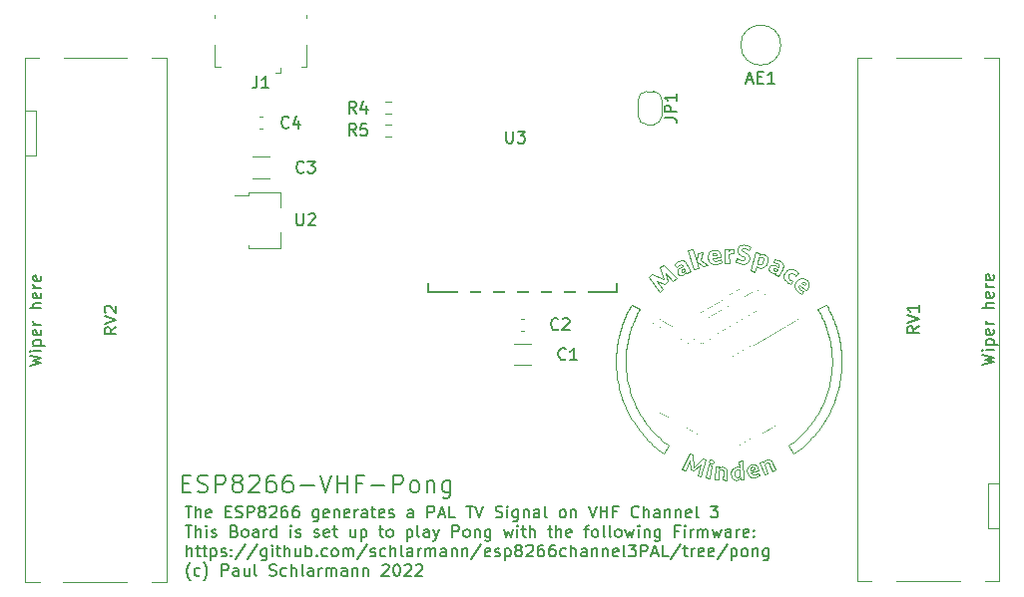
<source format=gto>
%TF.GenerationSoftware,KiCad,Pcbnew,5.1.12-84ad8e8a86~92~ubuntu20.04.1*%
%TF.CreationDate,2022-11-18T17:27:09+01:00*%
%TF.ProjectId,pongCard,706f6e67-4361-4726-942e-6b696361645f,rev?*%
%TF.SameCoordinates,Original*%
%TF.FileFunction,Legend,Top*%
%TF.FilePolarity,Positive*%
%FSLAX46Y46*%
G04 Gerber Fmt 4.6, Leading zero omitted, Abs format (unit mm)*
G04 Created by KiCad (PCBNEW 5.1.12-84ad8e8a86~92~ubuntu20.04.1) date 2022-11-18 17:27:09*
%MOMM*%
%LPD*%
G01*
G04 APERTURE LIST*
%ADD10C,0.150000*%
%ADD11C,0.200000*%
%ADD12C,0.100000*%
%ADD13C,0.120000*%
%ADD14C,0.152400*%
%ADD15C,1.600000*%
%ADD16C,2.000000*%
%ADD17O,1.100000X2.500000*%
%ADD18O,2.500000X1.100000*%
%ADD19R,2.500000X1.100000*%
%ADD20R,1.300000X0.900000*%
%ADD21R,1.200000X1.900000*%
%ADD22O,1.200000X1.900000*%
%ADD23R,1.500000X1.900000*%
%ADD24C,1.450000*%
%ADD25R,0.400000X1.350000*%
%ADD26C,3.000000*%
G04 APERTURE END LIST*
D10*
X74233738Y-103197380D02*
X74805166Y-103197380D01*
X74519452Y-104197380D02*
X74519452Y-103197380D01*
X75138500Y-104197380D02*
X75138500Y-103197380D01*
X75567071Y-104197380D02*
X75567071Y-103673571D01*
X75519452Y-103578333D01*
X75424214Y-103530714D01*
X75281357Y-103530714D01*
X75186119Y-103578333D01*
X75138500Y-103625952D01*
X76424214Y-104149761D02*
X76328976Y-104197380D01*
X76138500Y-104197380D01*
X76043261Y-104149761D01*
X75995642Y-104054523D01*
X75995642Y-103673571D01*
X76043261Y-103578333D01*
X76138500Y-103530714D01*
X76328976Y-103530714D01*
X76424214Y-103578333D01*
X76471833Y-103673571D01*
X76471833Y-103768809D01*
X75995642Y-103864047D01*
X77662309Y-103673571D02*
X77995642Y-103673571D01*
X78138500Y-104197380D02*
X77662309Y-104197380D01*
X77662309Y-103197380D01*
X78138500Y-103197380D01*
X78519452Y-104149761D02*
X78662309Y-104197380D01*
X78900404Y-104197380D01*
X78995642Y-104149761D01*
X79043261Y-104102142D01*
X79090880Y-104006904D01*
X79090880Y-103911666D01*
X79043261Y-103816428D01*
X78995642Y-103768809D01*
X78900404Y-103721190D01*
X78709928Y-103673571D01*
X78614690Y-103625952D01*
X78567071Y-103578333D01*
X78519452Y-103483095D01*
X78519452Y-103387857D01*
X78567071Y-103292619D01*
X78614690Y-103245000D01*
X78709928Y-103197380D01*
X78948023Y-103197380D01*
X79090880Y-103245000D01*
X79519452Y-104197380D02*
X79519452Y-103197380D01*
X79900404Y-103197380D01*
X79995642Y-103245000D01*
X80043261Y-103292619D01*
X80090880Y-103387857D01*
X80090880Y-103530714D01*
X80043261Y-103625952D01*
X79995642Y-103673571D01*
X79900404Y-103721190D01*
X79519452Y-103721190D01*
X80662309Y-103625952D02*
X80567071Y-103578333D01*
X80519452Y-103530714D01*
X80471833Y-103435476D01*
X80471833Y-103387857D01*
X80519452Y-103292619D01*
X80567071Y-103245000D01*
X80662309Y-103197380D01*
X80852785Y-103197380D01*
X80948023Y-103245000D01*
X80995642Y-103292619D01*
X81043261Y-103387857D01*
X81043261Y-103435476D01*
X80995642Y-103530714D01*
X80948023Y-103578333D01*
X80852785Y-103625952D01*
X80662309Y-103625952D01*
X80567071Y-103673571D01*
X80519452Y-103721190D01*
X80471833Y-103816428D01*
X80471833Y-104006904D01*
X80519452Y-104102142D01*
X80567071Y-104149761D01*
X80662309Y-104197380D01*
X80852785Y-104197380D01*
X80948023Y-104149761D01*
X80995642Y-104102142D01*
X81043261Y-104006904D01*
X81043261Y-103816428D01*
X80995642Y-103721190D01*
X80948023Y-103673571D01*
X80852785Y-103625952D01*
X81424214Y-103292619D02*
X81471833Y-103245000D01*
X81567071Y-103197380D01*
X81805166Y-103197380D01*
X81900404Y-103245000D01*
X81948023Y-103292619D01*
X81995642Y-103387857D01*
X81995642Y-103483095D01*
X81948023Y-103625952D01*
X81376595Y-104197380D01*
X81995642Y-104197380D01*
X82852785Y-103197380D02*
X82662309Y-103197380D01*
X82567071Y-103245000D01*
X82519452Y-103292619D01*
X82424214Y-103435476D01*
X82376595Y-103625952D01*
X82376595Y-104006904D01*
X82424214Y-104102142D01*
X82471833Y-104149761D01*
X82567071Y-104197380D01*
X82757547Y-104197380D01*
X82852785Y-104149761D01*
X82900404Y-104102142D01*
X82948023Y-104006904D01*
X82948023Y-103768809D01*
X82900404Y-103673571D01*
X82852785Y-103625952D01*
X82757547Y-103578333D01*
X82567071Y-103578333D01*
X82471833Y-103625952D01*
X82424214Y-103673571D01*
X82376595Y-103768809D01*
X83805166Y-103197380D02*
X83614690Y-103197380D01*
X83519452Y-103245000D01*
X83471833Y-103292619D01*
X83376595Y-103435476D01*
X83328976Y-103625952D01*
X83328976Y-104006904D01*
X83376595Y-104102142D01*
X83424214Y-104149761D01*
X83519452Y-104197380D01*
X83709928Y-104197380D01*
X83805166Y-104149761D01*
X83852785Y-104102142D01*
X83900404Y-104006904D01*
X83900404Y-103768809D01*
X83852785Y-103673571D01*
X83805166Y-103625952D01*
X83709928Y-103578333D01*
X83519452Y-103578333D01*
X83424214Y-103625952D01*
X83376595Y-103673571D01*
X83328976Y-103768809D01*
X85519452Y-103530714D02*
X85519452Y-104340238D01*
X85471833Y-104435476D01*
X85424214Y-104483095D01*
X85328976Y-104530714D01*
X85186119Y-104530714D01*
X85090880Y-104483095D01*
X85519452Y-104149761D02*
X85424214Y-104197380D01*
X85233738Y-104197380D01*
X85138500Y-104149761D01*
X85090880Y-104102142D01*
X85043261Y-104006904D01*
X85043261Y-103721190D01*
X85090880Y-103625952D01*
X85138500Y-103578333D01*
X85233738Y-103530714D01*
X85424214Y-103530714D01*
X85519452Y-103578333D01*
X86376595Y-104149761D02*
X86281357Y-104197380D01*
X86090880Y-104197380D01*
X85995642Y-104149761D01*
X85948023Y-104054523D01*
X85948023Y-103673571D01*
X85995642Y-103578333D01*
X86090880Y-103530714D01*
X86281357Y-103530714D01*
X86376595Y-103578333D01*
X86424214Y-103673571D01*
X86424214Y-103768809D01*
X85948023Y-103864047D01*
X86852785Y-103530714D02*
X86852785Y-104197380D01*
X86852785Y-103625952D02*
X86900404Y-103578333D01*
X86995642Y-103530714D01*
X87138500Y-103530714D01*
X87233738Y-103578333D01*
X87281357Y-103673571D01*
X87281357Y-104197380D01*
X88138500Y-104149761D02*
X88043261Y-104197380D01*
X87852785Y-104197380D01*
X87757547Y-104149761D01*
X87709928Y-104054523D01*
X87709928Y-103673571D01*
X87757547Y-103578333D01*
X87852785Y-103530714D01*
X88043261Y-103530714D01*
X88138500Y-103578333D01*
X88186119Y-103673571D01*
X88186119Y-103768809D01*
X87709928Y-103864047D01*
X88614690Y-104197380D02*
X88614690Y-103530714D01*
X88614690Y-103721190D02*
X88662309Y-103625952D01*
X88709928Y-103578333D01*
X88805166Y-103530714D01*
X88900404Y-103530714D01*
X89662309Y-104197380D02*
X89662309Y-103673571D01*
X89614690Y-103578333D01*
X89519452Y-103530714D01*
X89328976Y-103530714D01*
X89233738Y-103578333D01*
X89662309Y-104149761D02*
X89567071Y-104197380D01*
X89328976Y-104197380D01*
X89233738Y-104149761D01*
X89186119Y-104054523D01*
X89186119Y-103959285D01*
X89233738Y-103864047D01*
X89328976Y-103816428D01*
X89567071Y-103816428D01*
X89662309Y-103768809D01*
X89995642Y-103530714D02*
X90376595Y-103530714D01*
X90138500Y-103197380D02*
X90138500Y-104054523D01*
X90186119Y-104149761D01*
X90281357Y-104197380D01*
X90376595Y-104197380D01*
X91090880Y-104149761D02*
X90995642Y-104197380D01*
X90805166Y-104197380D01*
X90709928Y-104149761D01*
X90662309Y-104054523D01*
X90662309Y-103673571D01*
X90709928Y-103578333D01*
X90805166Y-103530714D01*
X90995642Y-103530714D01*
X91090880Y-103578333D01*
X91138500Y-103673571D01*
X91138500Y-103768809D01*
X90662309Y-103864047D01*
X91519452Y-104149761D02*
X91614690Y-104197380D01*
X91805166Y-104197380D01*
X91900404Y-104149761D01*
X91948023Y-104054523D01*
X91948023Y-104006904D01*
X91900404Y-103911666D01*
X91805166Y-103864047D01*
X91662309Y-103864047D01*
X91567071Y-103816428D01*
X91519452Y-103721190D01*
X91519452Y-103673571D01*
X91567071Y-103578333D01*
X91662309Y-103530714D01*
X91805166Y-103530714D01*
X91900404Y-103578333D01*
X93567071Y-104197380D02*
X93567071Y-103673571D01*
X93519452Y-103578333D01*
X93424214Y-103530714D01*
X93233738Y-103530714D01*
X93138500Y-103578333D01*
X93567071Y-104149761D02*
X93471833Y-104197380D01*
X93233738Y-104197380D01*
X93138500Y-104149761D01*
X93090880Y-104054523D01*
X93090880Y-103959285D01*
X93138500Y-103864047D01*
X93233738Y-103816428D01*
X93471833Y-103816428D01*
X93567071Y-103768809D01*
X94805166Y-104197380D02*
X94805166Y-103197380D01*
X95186119Y-103197380D01*
X95281357Y-103245000D01*
X95328976Y-103292619D01*
X95376595Y-103387857D01*
X95376595Y-103530714D01*
X95328976Y-103625952D01*
X95281357Y-103673571D01*
X95186119Y-103721190D01*
X94805166Y-103721190D01*
X95757547Y-103911666D02*
X96233738Y-103911666D01*
X95662309Y-104197380D02*
X95995642Y-103197380D01*
X96328976Y-104197380D01*
X97138500Y-104197380D02*
X96662309Y-104197380D01*
X96662309Y-103197380D01*
X98090880Y-103197380D02*
X98662309Y-103197380D01*
X98376595Y-104197380D02*
X98376595Y-103197380D01*
X98852785Y-103197380D02*
X99186119Y-104197380D01*
X99519452Y-103197380D01*
X100567071Y-104149761D02*
X100709928Y-104197380D01*
X100948023Y-104197380D01*
X101043261Y-104149761D01*
X101090880Y-104102142D01*
X101138500Y-104006904D01*
X101138500Y-103911666D01*
X101090880Y-103816428D01*
X101043261Y-103768809D01*
X100948023Y-103721190D01*
X100757547Y-103673571D01*
X100662309Y-103625952D01*
X100614690Y-103578333D01*
X100567071Y-103483095D01*
X100567071Y-103387857D01*
X100614690Y-103292619D01*
X100662309Y-103245000D01*
X100757547Y-103197380D01*
X100995642Y-103197380D01*
X101138500Y-103245000D01*
X101567071Y-104197380D02*
X101567071Y-103530714D01*
X101567071Y-103197380D02*
X101519452Y-103245000D01*
X101567071Y-103292619D01*
X101614690Y-103245000D01*
X101567071Y-103197380D01*
X101567071Y-103292619D01*
X102471833Y-103530714D02*
X102471833Y-104340238D01*
X102424214Y-104435476D01*
X102376595Y-104483095D01*
X102281357Y-104530714D01*
X102138500Y-104530714D01*
X102043261Y-104483095D01*
X102471833Y-104149761D02*
X102376595Y-104197380D01*
X102186119Y-104197380D01*
X102090880Y-104149761D01*
X102043261Y-104102142D01*
X101995642Y-104006904D01*
X101995642Y-103721190D01*
X102043261Y-103625952D01*
X102090880Y-103578333D01*
X102186119Y-103530714D01*
X102376595Y-103530714D01*
X102471833Y-103578333D01*
X102948023Y-103530714D02*
X102948023Y-104197380D01*
X102948023Y-103625952D02*
X102995642Y-103578333D01*
X103090880Y-103530714D01*
X103233738Y-103530714D01*
X103328976Y-103578333D01*
X103376595Y-103673571D01*
X103376595Y-104197380D01*
X104281357Y-104197380D02*
X104281357Y-103673571D01*
X104233738Y-103578333D01*
X104138499Y-103530714D01*
X103948023Y-103530714D01*
X103852785Y-103578333D01*
X104281357Y-104149761D02*
X104186119Y-104197380D01*
X103948023Y-104197380D01*
X103852785Y-104149761D01*
X103805166Y-104054523D01*
X103805166Y-103959285D01*
X103852785Y-103864047D01*
X103948023Y-103816428D01*
X104186119Y-103816428D01*
X104281357Y-103768809D01*
X104900404Y-104197380D02*
X104805166Y-104149761D01*
X104757547Y-104054523D01*
X104757547Y-103197380D01*
X106186119Y-104197380D02*
X106090880Y-104149761D01*
X106043261Y-104102142D01*
X105995642Y-104006904D01*
X105995642Y-103721190D01*
X106043261Y-103625952D01*
X106090880Y-103578333D01*
X106186119Y-103530714D01*
X106328976Y-103530714D01*
X106424214Y-103578333D01*
X106471833Y-103625952D01*
X106519452Y-103721190D01*
X106519452Y-104006904D01*
X106471833Y-104102142D01*
X106424214Y-104149761D01*
X106328976Y-104197380D01*
X106186119Y-104197380D01*
X106948023Y-103530714D02*
X106948023Y-104197380D01*
X106948023Y-103625952D02*
X106995642Y-103578333D01*
X107090880Y-103530714D01*
X107233738Y-103530714D01*
X107328976Y-103578333D01*
X107376595Y-103673571D01*
X107376595Y-104197380D01*
X108471833Y-103197380D02*
X108805166Y-104197380D01*
X109138499Y-103197380D01*
X109471833Y-104197380D02*
X109471833Y-103197380D01*
X109471833Y-103673571D02*
X110043261Y-103673571D01*
X110043261Y-104197380D02*
X110043261Y-103197380D01*
X110852785Y-103673571D02*
X110519452Y-103673571D01*
X110519452Y-104197380D02*
X110519452Y-103197380D01*
X110995642Y-103197380D01*
X112709928Y-104102142D02*
X112662309Y-104149761D01*
X112519452Y-104197380D01*
X112424214Y-104197380D01*
X112281357Y-104149761D01*
X112186119Y-104054523D01*
X112138499Y-103959285D01*
X112090880Y-103768809D01*
X112090880Y-103625952D01*
X112138499Y-103435476D01*
X112186119Y-103340238D01*
X112281357Y-103245000D01*
X112424214Y-103197380D01*
X112519452Y-103197380D01*
X112662309Y-103245000D01*
X112709928Y-103292619D01*
X113138499Y-104197380D02*
X113138499Y-103197380D01*
X113567071Y-104197380D02*
X113567071Y-103673571D01*
X113519452Y-103578333D01*
X113424214Y-103530714D01*
X113281357Y-103530714D01*
X113186119Y-103578333D01*
X113138499Y-103625952D01*
X114471833Y-104197380D02*
X114471833Y-103673571D01*
X114424214Y-103578333D01*
X114328976Y-103530714D01*
X114138499Y-103530714D01*
X114043261Y-103578333D01*
X114471833Y-104149761D02*
X114376595Y-104197380D01*
X114138499Y-104197380D01*
X114043261Y-104149761D01*
X113995642Y-104054523D01*
X113995642Y-103959285D01*
X114043261Y-103864047D01*
X114138499Y-103816428D01*
X114376595Y-103816428D01*
X114471833Y-103768809D01*
X114948023Y-103530714D02*
X114948023Y-104197380D01*
X114948023Y-103625952D02*
X114995642Y-103578333D01*
X115090880Y-103530714D01*
X115233738Y-103530714D01*
X115328976Y-103578333D01*
X115376595Y-103673571D01*
X115376595Y-104197380D01*
X115852785Y-103530714D02*
X115852785Y-104197380D01*
X115852785Y-103625952D02*
X115900404Y-103578333D01*
X115995642Y-103530714D01*
X116138499Y-103530714D01*
X116233738Y-103578333D01*
X116281357Y-103673571D01*
X116281357Y-104197380D01*
X117138499Y-104149761D02*
X117043261Y-104197380D01*
X116852785Y-104197380D01*
X116757547Y-104149761D01*
X116709928Y-104054523D01*
X116709928Y-103673571D01*
X116757547Y-103578333D01*
X116852785Y-103530714D01*
X117043261Y-103530714D01*
X117138499Y-103578333D01*
X117186119Y-103673571D01*
X117186119Y-103768809D01*
X116709928Y-103864047D01*
X117757547Y-104197380D02*
X117662309Y-104149761D01*
X117614690Y-104054523D01*
X117614690Y-103197380D01*
X118805166Y-103197380D02*
X119424214Y-103197380D01*
X119090880Y-103578333D01*
X119233738Y-103578333D01*
X119328976Y-103625952D01*
X119376595Y-103673571D01*
X119424214Y-103768809D01*
X119424214Y-104006904D01*
X119376595Y-104102142D01*
X119328976Y-104149761D01*
X119233738Y-104197380D01*
X118948023Y-104197380D01*
X118852785Y-104149761D01*
X118805166Y-104102142D01*
X74233738Y-104847380D02*
X74805166Y-104847380D01*
X74519452Y-105847380D02*
X74519452Y-104847380D01*
X75138500Y-105847380D02*
X75138500Y-104847380D01*
X75567071Y-105847380D02*
X75567071Y-105323571D01*
X75519452Y-105228333D01*
X75424214Y-105180714D01*
X75281357Y-105180714D01*
X75186119Y-105228333D01*
X75138500Y-105275952D01*
X76043261Y-105847380D02*
X76043261Y-105180714D01*
X76043261Y-104847380D02*
X75995642Y-104895000D01*
X76043261Y-104942619D01*
X76090880Y-104895000D01*
X76043261Y-104847380D01*
X76043261Y-104942619D01*
X76471833Y-105799761D02*
X76567071Y-105847380D01*
X76757547Y-105847380D01*
X76852785Y-105799761D01*
X76900404Y-105704523D01*
X76900404Y-105656904D01*
X76852785Y-105561666D01*
X76757547Y-105514047D01*
X76614690Y-105514047D01*
X76519452Y-105466428D01*
X76471833Y-105371190D01*
X76471833Y-105323571D01*
X76519452Y-105228333D01*
X76614690Y-105180714D01*
X76757547Y-105180714D01*
X76852785Y-105228333D01*
X78424214Y-105323571D02*
X78567071Y-105371190D01*
X78614690Y-105418809D01*
X78662309Y-105514047D01*
X78662309Y-105656904D01*
X78614690Y-105752142D01*
X78567071Y-105799761D01*
X78471833Y-105847380D01*
X78090880Y-105847380D01*
X78090880Y-104847380D01*
X78424214Y-104847380D01*
X78519452Y-104895000D01*
X78567071Y-104942619D01*
X78614690Y-105037857D01*
X78614690Y-105133095D01*
X78567071Y-105228333D01*
X78519452Y-105275952D01*
X78424214Y-105323571D01*
X78090880Y-105323571D01*
X79233738Y-105847380D02*
X79138500Y-105799761D01*
X79090880Y-105752142D01*
X79043261Y-105656904D01*
X79043261Y-105371190D01*
X79090880Y-105275952D01*
X79138500Y-105228333D01*
X79233738Y-105180714D01*
X79376595Y-105180714D01*
X79471833Y-105228333D01*
X79519452Y-105275952D01*
X79567071Y-105371190D01*
X79567071Y-105656904D01*
X79519452Y-105752142D01*
X79471833Y-105799761D01*
X79376595Y-105847380D01*
X79233738Y-105847380D01*
X80424214Y-105847380D02*
X80424214Y-105323571D01*
X80376595Y-105228333D01*
X80281357Y-105180714D01*
X80090880Y-105180714D01*
X79995642Y-105228333D01*
X80424214Y-105799761D02*
X80328976Y-105847380D01*
X80090880Y-105847380D01*
X79995642Y-105799761D01*
X79948023Y-105704523D01*
X79948023Y-105609285D01*
X79995642Y-105514047D01*
X80090880Y-105466428D01*
X80328976Y-105466428D01*
X80424214Y-105418809D01*
X80900404Y-105847380D02*
X80900404Y-105180714D01*
X80900404Y-105371190D02*
X80948023Y-105275952D01*
X80995642Y-105228333D01*
X81090880Y-105180714D01*
X81186119Y-105180714D01*
X81948023Y-105847380D02*
X81948023Y-104847380D01*
X81948023Y-105799761D02*
X81852785Y-105847380D01*
X81662309Y-105847380D01*
X81567071Y-105799761D01*
X81519452Y-105752142D01*
X81471833Y-105656904D01*
X81471833Y-105371190D01*
X81519452Y-105275952D01*
X81567071Y-105228333D01*
X81662309Y-105180714D01*
X81852785Y-105180714D01*
X81948023Y-105228333D01*
X83186119Y-105847380D02*
X83186119Y-105180714D01*
X83186119Y-104847380D02*
X83138500Y-104895000D01*
X83186119Y-104942619D01*
X83233738Y-104895000D01*
X83186119Y-104847380D01*
X83186119Y-104942619D01*
X83614690Y-105799761D02*
X83709928Y-105847380D01*
X83900404Y-105847380D01*
X83995642Y-105799761D01*
X84043261Y-105704523D01*
X84043261Y-105656904D01*
X83995642Y-105561666D01*
X83900404Y-105514047D01*
X83757547Y-105514047D01*
X83662309Y-105466428D01*
X83614690Y-105371190D01*
X83614690Y-105323571D01*
X83662309Y-105228333D01*
X83757547Y-105180714D01*
X83900404Y-105180714D01*
X83995642Y-105228333D01*
X85186119Y-105799761D02*
X85281357Y-105847380D01*
X85471833Y-105847380D01*
X85567071Y-105799761D01*
X85614690Y-105704523D01*
X85614690Y-105656904D01*
X85567071Y-105561666D01*
X85471833Y-105514047D01*
X85328976Y-105514047D01*
X85233738Y-105466428D01*
X85186119Y-105371190D01*
X85186119Y-105323571D01*
X85233738Y-105228333D01*
X85328976Y-105180714D01*
X85471833Y-105180714D01*
X85567071Y-105228333D01*
X86424214Y-105799761D02*
X86328976Y-105847380D01*
X86138500Y-105847380D01*
X86043261Y-105799761D01*
X85995642Y-105704523D01*
X85995642Y-105323571D01*
X86043261Y-105228333D01*
X86138500Y-105180714D01*
X86328976Y-105180714D01*
X86424214Y-105228333D01*
X86471833Y-105323571D01*
X86471833Y-105418809D01*
X85995642Y-105514047D01*
X86757547Y-105180714D02*
X87138500Y-105180714D01*
X86900404Y-104847380D02*
X86900404Y-105704523D01*
X86948023Y-105799761D01*
X87043261Y-105847380D01*
X87138500Y-105847380D01*
X88662309Y-105180714D02*
X88662309Y-105847380D01*
X88233738Y-105180714D02*
X88233738Y-105704523D01*
X88281357Y-105799761D01*
X88376595Y-105847380D01*
X88519452Y-105847380D01*
X88614690Y-105799761D01*
X88662309Y-105752142D01*
X89138500Y-105180714D02*
X89138500Y-106180714D01*
X89138500Y-105228333D02*
X89233738Y-105180714D01*
X89424214Y-105180714D01*
X89519452Y-105228333D01*
X89567071Y-105275952D01*
X89614690Y-105371190D01*
X89614690Y-105656904D01*
X89567071Y-105752142D01*
X89519452Y-105799761D01*
X89424214Y-105847380D01*
X89233738Y-105847380D01*
X89138500Y-105799761D01*
X90662309Y-105180714D02*
X91043261Y-105180714D01*
X90805166Y-104847380D02*
X90805166Y-105704523D01*
X90852785Y-105799761D01*
X90948023Y-105847380D01*
X91043261Y-105847380D01*
X91519452Y-105847380D02*
X91424214Y-105799761D01*
X91376595Y-105752142D01*
X91328976Y-105656904D01*
X91328976Y-105371190D01*
X91376595Y-105275952D01*
X91424214Y-105228333D01*
X91519452Y-105180714D01*
X91662309Y-105180714D01*
X91757547Y-105228333D01*
X91805166Y-105275952D01*
X91852785Y-105371190D01*
X91852785Y-105656904D01*
X91805166Y-105752142D01*
X91757547Y-105799761D01*
X91662309Y-105847380D01*
X91519452Y-105847380D01*
X93043261Y-105180714D02*
X93043261Y-106180714D01*
X93043261Y-105228333D02*
X93138500Y-105180714D01*
X93328976Y-105180714D01*
X93424214Y-105228333D01*
X93471833Y-105275952D01*
X93519452Y-105371190D01*
X93519452Y-105656904D01*
X93471833Y-105752142D01*
X93424214Y-105799761D01*
X93328976Y-105847380D01*
X93138500Y-105847380D01*
X93043261Y-105799761D01*
X94090880Y-105847380D02*
X93995642Y-105799761D01*
X93948023Y-105704523D01*
X93948023Y-104847380D01*
X94900404Y-105847380D02*
X94900404Y-105323571D01*
X94852785Y-105228333D01*
X94757547Y-105180714D01*
X94567071Y-105180714D01*
X94471833Y-105228333D01*
X94900404Y-105799761D02*
X94805166Y-105847380D01*
X94567071Y-105847380D01*
X94471833Y-105799761D01*
X94424214Y-105704523D01*
X94424214Y-105609285D01*
X94471833Y-105514047D01*
X94567071Y-105466428D01*
X94805166Y-105466428D01*
X94900404Y-105418809D01*
X95281357Y-105180714D02*
X95519452Y-105847380D01*
X95757547Y-105180714D02*
X95519452Y-105847380D01*
X95424214Y-106085476D01*
X95376595Y-106133095D01*
X95281357Y-106180714D01*
X96900404Y-105847380D02*
X96900404Y-104847380D01*
X97281357Y-104847380D01*
X97376595Y-104895000D01*
X97424214Y-104942619D01*
X97471833Y-105037857D01*
X97471833Y-105180714D01*
X97424214Y-105275952D01*
X97376595Y-105323571D01*
X97281357Y-105371190D01*
X96900404Y-105371190D01*
X98043261Y-105847380D02*
X97948023Y-105799761D01*
X97900404Y-105752142D01*
X97852785Y-105656904D01*
X97852785Y-105371190D01*
X97900404Y-105275952D01*
X97948023Y-105228333D01*
X98043261Y-105180714D01*
X98186119Y-105180714D01*
X98281357Y-105228333D01*
X98328976Y-105275952D01*
X98376595Y-105371190D01*
X98376595Y-105656904D01*
X98328976Y-105752142D01*
X98281357Y-105799761D01*
X98186119Y-105847380D01*
X98043261Y-105847380D01*
X98805166Y-105180714D02*
X98805166Y-105847380D01*
X98805166Y-105275952D02*
X98852785Y-105228333D01*
X98948023Y-105180714D01*
X99090880Y-105180714D01*
X99186119Y-105228333D01*
X99233738Y-105323571D01*
X99233738Y-105847380D01*
X100138499Y-105180714D02*
X100138499Y-105990238D01*
X100090880Y-106085476D01*
X100043261Y-106133095D01*
X99948023Y-106180714D01*
X99805166Y-106180714D01*
X99709928Y-106133095D01*
X100138499Y-105799761D02*
X100043261Y-105847380D01*
X99852785Y-105847380D01*
X99757547Y-105799761D01*
X99709928Y-105752142D01*
X99662309Y-105656904D01*
X99662309Y-105371190D01*
X99709928Y-105275952D01*
X99757547Y-105228333D01*
X99852785Y-105180714D01*
X100043261Y-105180714D01*
X100138499Y-105228333D01*
X101281357Y-105180714D02*
X101471833Y-105847380D01*
X101662309Y-105371190D01*
X101852785Y-105847380D01*
X102043261Y-105180714D01*
X102424214Y-105847380D02*
X102424214Y-105180714D01*
X102424214Y-104847380D02*
X102376595Y-104895000D01*
X102424214Y-104942619D01*
X102471833Y-104895000D01*
X102424214Y-104847380D01*
X102424214Y-104942619D01*
X102757547Y-105180714D02*
X103138499Y-105180714D01*
X102900404Y-104847380D02*
X102900404Y-105704523D01*
X102948023Y-105799761D01*
X103043261Y-105847380D01*
X103138499Y-105847380D01*
X103471833Y-105847380D02*
X103471833Y-104847380D01*
X103900404Y-105847380D02*
X103900404Y-105323571D01*
X103852785Y-105228333D01*
X103757547Y-105180714D01*
X103614690Y-105180714D01*
X103519452Y-105228333D01*
X103471833Y-105275952D01*
X104995642Y-105180714D02*
X105376595Y-105180714D01*
X105138499Y-104847380D02*
X105138499Y-105704523D01*
X105186119Y-105799761D01*
X105281357Y-105847380D01*
X105376595Y-105847380D01*
X105709928Y-105847380D02*
X105709928Y-104847380D01*
X106138499Y-105847380D02*
X106138499Y-105323571D01*
X106090880Y-105228333D01*
X105995642Y-105180714D01*
X105852785Y-105180714D01*
X105757547Y-105228333D01*
X105709928Y-105275952D01*
X106995642Y-105799761D02*
X106900404Y-105847380D01*
X106709928Y-105847380D01*
X106614690Y-105799761D01*
X106567071Y-105704523D01*
X106567071Y-105323571D01*
X106614690Y-105228333D01*
X106709928Y-105180714D01*
X106900404Y-105180714D01*
X106995642Y-105228333D01*
X107043261Y-105323571D01*
X107043261Y-105418809D01*
X106567071Y-105514047D01*
X108090880Y-105180714D02*
X108471833Y-105180714D01*
X108233738Y-105847380D02*
X108233738Y-104990238D01*
X108281357Y-104895000D01*
X108376595Y-104847380D01*
X108471833Y-104847380D01*
X108948023Y-105847380D02*
X108852785Y-105799761D01*
X108805166Y-105752142D01*
X108757547Y-105656904D01*
X108757547Y-105371190D01*
X108805166Y-105275952D01*
X108852785Y-105228333D01*
X108948023Y-105180714D01*
X109090880Y-105180714D01*
X109186119Y-105228333D01*
X109233738Y-105275952D01*
X109281357Y-105371190D01*
X109281357Y-105656904D01*
X109233738Y-105752142D01*
X109186119Y-105799761D01*
X109090880Y-105847380D01*
X108948023Y-105847380D01*
X109852785Y-105847380D02*
X109757547Y-105799761D01*
X109709928Y-105704523D01*
X109709928Y-104847380D01*
X110376595Y-105847380D02*
X110281357Y-105799761D01*
X110233738Y-105704523D01*
X110233738Y-104847380D01*
X110900404Y-105847380D02*
X110805166Y-105799761D01*
X110757547Y-105752142D01*
X110709928Y-105656904D01*
X110709928Y-105371190D01*
X110757547Y-105275952D01*
X110805166Y-105228333D01*
X110900404Y-105180714D01*
X111043261Y-105180714D01*
X111138499Y-105228333D01*
X111186119Y-105275952D01*
X111233738Y-105371190D01*
X111233738Y-105656904D01*
X111186119Y-105752142D01*
X111138499Y-105799761D01*
X111043261Y-105847380D01*
X110900404Y-105847380D01*
X111567071Y-105180714D02*
X111757547Y-105847380D01*
X111948023Y-105371190D01*
X112138499Y-105847380D01*
X112328976Y-105180714D01*
X112709928Y-105847380D02*
X112709928Y-105180714D01*
X112709928Y-104847380D02*
X112662309Y-104895000D01*
X112709928Y-104942619D01*
X112757547Y-104895000D01*
X112709928Y-104847380D01*
X112709928Y-104942619D01*
X113186119Y-105180714D02*
X113186119Y-105847380D01*
X113186119Y-105275952D02*
X113233738Y-105228333D01*
X113328976Y-105180714D01*
X113471833Y-105180714D01*
X113567071Y-105228333D01*
X113614690Y-105323571D01*
X113614690Y-105847380D01*
X114519452Y-105180714D02*
X114519452Y-105990238D01*
X114471833Y-106085476D01*
X114424214Y-106133095D01*
X114328976Y-106180714D01*
X114186119Y-106180714D01*
X114090880Y-106133095D01*
X114519452Y-105799761D02*
X114424214Y-105847380D01*
X114233738Y-105847380D01*
X114138499Y-105799761D01*
X114090880Y-105752142D01*
X114043261Y-105656904D01*
X114043261Y-105371190D01*
X114090880Y-105275952D01*
X114138499Y-105228333D01*
X114233738Y-105180714D01*
X114424214Y-105180714D01*
X114519452Y-105228333D01*
X116090880Y-105323571D02*
X115757547Y-105323571D01*
X115757547Y-105847380D02*
X115757547Y-104847380D01*
X116233738Y-104847380D01*
X116614690Y-105847380D02*
X116614690Y-105180714D01*
X116614690Y-104847380D02*
X116567071Y-104895000D01*
X116614690Y-104942619D01*
X116662309Y-104895000D01*
X116614690Y-104847380D01*
X116614690Y-104942619D01*
X117090880Y-105847380D02*
X117090880Y-105180714D01*
X117090880Y-105371190D02*
X117138499Y-105275952D01*
X117186119Y-105228333D01*
X117281357Y-105180714D01*
X117376595Y-105180714D01*
X117709928Y-105847380D02*
X117709928Y-105180714D01*
X117709928Y-105275952D02*
X117757547Y-105228333D01*
X117852785Y-105180714D01*
X117995642Y-105180714D01*
X118090880Y-105228333D01*
X118138499Y-105323571D01*
X118138499Y-105847380D01*
X118138499Y-105323571D02*
X118186119Y-105228333D01*
X118281357Y-105180714D01*
X118424214Y-105180714D01*
X118519452Y-105228333D01*
X118567071Y-105323571D01*
X118567071Y-105847380D01*
X118948023Y-105180714D02*
X119138499Y-105847380D01*
X119328976Y-105371190D01*
X119519452Y-105847380D01*
X119709928Y-105180714D01*
X120519452Y-105847380D02*
X120519452Y-105323571D01*
X120471833Y-105228333D01*
X120376595Y-105180714D01*
X120186119Y-105180714D01*
X120090880Y-105228333D01*
X120519452Y-105799761D02*
X120424214Y-105847380D01*
X120186119Y-105847380D01*
X120090880Y-105799761D01*
X120043261Y-105704523D01*
X120043261Y-105609285D01*
X120090880Y-105514047D01*
X120186119Y-105466428D01*
X120424214Y-105466428D01*
X120519452Y-105418809D01*
X120995642Y-105847380D02*
X120995642Y-105180714D01*
X120995642Y-105371190D02*
X121043261Y-105275952D01*
X121090880Y-105228333D01*
X121186119Y-105180714D01*
X121281357Y-105180714D01*
X121995642Y-105799761D02*
X121900404Y-105847380D01*
X121709928Y-105847380D01*
X121614690Y-105799761D01*
X121567071Y-105704523D01*
X121567071Y-105323571D01*
X121614690Y-105228333D01*
X121709928Y-105180714D01*
X121900404Y-105180714D01*
X121995642Y-105228333D01*
X122043261Y-105323571D01*
X122043261Y-105418809D01*
X121567071Y-105514047D01*
X122471833Y-105752142D02*
X122519452Y-105799761D01*
X122471833Y-105847380D01*
X122424214Y-105799761D01*
X122471833Y-105752142D01*
X122471833Y-105847380D01*
X122471833Y-105228333D02*
X122519452Y-105275952D01*
X122471833Y-105323571D01*
X122424214Y-105275952D01*
X122471833Y-105228333D01*
X122471833Y-105323571D01*
X74376595Y-107497380D02*
X74376595Y-106497380D01*
X74805166Y-107497380D02*
X74805166Y-106973571D01*
X74757547Y-106878333D01*
X74662309Y-106830714D01*
X74519452Y-106830714D01*
X74424214Y-106878333D01*
X74376595Y-106925952D01*
X75138500Y-106830714D02*
X75519452Y-106830714D01*
X75281357Y-106497380D02*
X75281357Y-107354523D01*
X75328976Y-107449761D01*
X75424214Y-107497380D01*
X75519452Y-107497380D01*
X75709928Y-106830714D02*
X76090880Y-106830714D01*
X75852785Y-106497380D02*
X75852785Y-107354523D01*
X75900404Y-107449761D01*
X75995642Y-107497380D01*
X76090880Y-107497380D01*
X76424214Y-106830714D02*
X76424214Y-107830714D01*
X76424214Y-106878333D02*
X76519452Y-106830714D01*
X76709928Y-106830714D01*
X76805166Y-106878333D01*
X76852785Y-106925952D01*
X76900404Y-107021190D01*
X76900404Y-107306904D01*
X76852785Y-107402142D01*
X76805166Y-107449761D01*
X76709928Y-107497380D01*
X76519452Y-107497380D01*
X76424214Y-107449761D01*
X77281357Y-107449761D02*
X77376595Y-107497380D01*
X77567071Y-107497380D01*
X77662309Y-107449761D01*
X77709928Y-107354523D01*
X77709928Y-107306904D01*
X77662309Y-107211666D01*
X77567071Y-107164047D01*
X77424214Y-107164047D01*
X77328976Y-107116428D01*
X77281357Y-107021190D01*
X77281357Y-106973571D01*
X77328976Y-106878333D01*
X77424214Y-106830714D01*
X77567071Y-106830714D01*
X77662309Y-106878333D01*
X78138500Y-107402142D02*
X78186119Y-107449761D01*
X78138500Y-107497380D01*
X78090880Y-107449761D01*
X78138500Y-107402142D01*
X78138500Y-107497380D01*
X78138500Y-106878333D02*
X78186119Y-106925952D01*
X78138500Y-106973571D01*
X78090880Y-106925952D01*
X78138500Y-106878333D01*
X78138500Y-106973571D01*
X79328976Y-106449761D02*
X78471833Y-107735476D01*
X80376595Y-106449761D02*
X79519452Y-107735476D01*
X81138500Y-106830714D02*
X81138500Y-107640238D01*
X81090880Y-107735476D01*
X81043261Y-107783095D01*
X80948023Y-107830714D01*
X80805166Y-107830714D01*
X80709928Y-107783095D01*
X81138500Y-107449761D02*
X81043261Y-107497380D01*
X80852785Y-107497380D01*
X80757547Y-107449761D01*
X80709928Y-107402142D01*
X80662309Y-107306904D01*
X80662309Y-107021190D01*
X80709928Y-106925952D01*
X80757547Y-106878333D01*
X80852785Y-106830714D01*
X81043261Y-106830714D01*
X81138500Y-106878333D01*
X81614690Y-107497380D02*
X81614690Y-106830714D01*
X81614690Y-106497380D02*
X81567071Y-106545000D01*
X81614690Y-106592619D01*
X81662309Y-106545000D01*
X81614690Y-106497380D01*
X81614690Y-106592619D01*
X81948023Y-106830714D02*
X82328976Y-106830714D01*
X82090880Y-106497380D02*
X82090880Y-107354523D01*
X82138500Y-107449761D01*
X82233738Y-107497380D01*
X82328976Y-107497380D01*
X82662309Y-107497380D02*
X82662309Y-106497380D01*
X83090880Y-107497380D02*
X83090880Y-106973571D01*
X83043261Y-106878333D01*
X82948023Y-106830714D01*
X82805166Y-106830714D01*
X82709928Y-106878333D01*
X82662309Y-106925952D01*
X83995642Y-106830714D02*
X83995642Y-107497380D01*
X83567071Y-106830714D02*
X83567071Y-107354523D01*
X83614690Y-107449761D01*
X83709928Y-107497380D01*
X83852785Y-107497380D01*
X83948023Y-107449761D01*
X83995642Y-107402142D01*
X84471833Y-107497380D02*
X84471833Y-106497380D01*
X84471833Y-106878333D02*
X84567071Y-106830714D01*
X84757547Y-106830714D01*
X84852785Y-106878333D01*
X84900404Y-106925952D01*
X84948023Y-107021190D01*
X84948023Y-107306904D01*
X84900404Y-107402142D01*
X84852785Y-107449761D01*
X84757547Y-107497380D01*
X84567071Y-107497380D01*
X84471833Y-107449761D01*
X85376595Y-107402142D02*
X85424214Y-107449761D01*
X85376595Y-107497380D01*
X85328976Y-107449761D01*
X85376595Y-107402142D01*
X85376595Y-107497380D01*
X86281357Y-107449761D02*
X86186119Y-107497380D01*
X85995642Y-107497380D01*
X85900404Y-107449761D01*
X85852785Y-107402142D01*
X85805166Y-107306904D01*
X85805166Y-107021190D01*
X85852785Y-106925952D01*
X85900404Y-106878333D01*
X85995642Y-106830714D01*
X86186119Y-106830714D01*
X86281357Y-106878333D01*
X86852785Y-107497380D02*
X86757547Y-107449761D01*
X86709928Y-107402142D01*
X86662309Y-107306904D01*
X86662309Y-107021190D01*
X86709928Y-106925952D01*
X86757547Y-106878333D01*
X86852785Y-106830714D01*
X86995642Y-106830714D01*
X87090880Y-106878333D01*
X87138500Y-106925952D01*
X87186119Y-107021190D01*
X87186119Y-107306904D01*
X87138500Y-107402142D01*
X87090880Y-107449761D01*
X86995642Y-107497380D01*
X86852785Y-107497380D01*
X87614690Y-107497380D02*
X87614690Y-106830714D01*
X87614690Y-106925952D02*
X87662309Y-106878333D01*
X87757547Y-106830714D01*
X87900404Y-106830714D01*
X87995642Y-106878333D01*
X88043261Y-106973571D01*
X88043261Y-107497380D01*
X88043261Y-106973571D02*
X88090880Y-106878333D01*
X88186119Y-106830714D01*
X88328976Y-106830714D01*
X88424214Y-106878333D01*
X88471833Y-106973571D01*
X88471833Y-107497380D01*
X89662309Y-106449761D02*
X88805166Y-107735476D01*
X89948023Y-107449761D02*
X90043261Y-107497380D01*
X90233738Y-107497380D01*
X90328976Y-107449761D01*
X90376595Y-107354523D01*
X90376595Y-107306904D01*
X90328976Y-107211666D01*
X90233738Y-107164047D01*
X90090880Y-107164047D01*
X89995642Y-107116428D01*
X89948023Y-107021190D01*
X89948023Y-106973571D01*
X89995642Y-106878333D01*
X90090880Y-106830714D01*
X90233738Y-106830714D01*
X90328976Y-106878333D01*
X91233738Y-107449761D02*
X91138500Y-107497380D01*
X90948023Y-107497380D01*
X90852785Y-107449761D01*
X90805166Y-107402142D01*
X90757547Y-107306904D01*
X90757547Y-107021190D01*
X90805166Y-106925952D01*
X90852785Y-106878333D01*
X90948023Y-106830714D01*
X91138500Y-106830714D01*
X91233738Y-106878333D01*
X91662309Y-107497380D02*
X91662309Y-106497380D01*
X92090880Y-107497380D02*
X92090880Y-106973571D01*
X92043261Y-106878333D01*
X91948023Y-106830714D01*
X91805166Y-106830714D01*
X91709928Y-106878333D01*
X91662309Y-106925952D01*
X92709928Y-107497380D02*
X92614690Y-107449761D01*
X92567071Y-107354523D01*
X92567071Y-106497380D01*
X93519452Y-107497380D02*
X93519452Y-106973571D01*
X93471833Y-106878333D01*
X93376595Y-106830714D01*
X93186119Y-106830714D01*
X93090880Y-106878333D01*
X93519452Y-107449761D02*
X93424214Y-107497380D01*
X93186119Y-107497380D01*
X93090880Y-107449761D01*
X93043261Y-107354523D01*
X93043261Y-107259285D01*
X93090880Y-107164047D01*
X93186119Y-107116428D01*
X93424214Y-107116428D01*
X93519452Y-107068809D01*
X93995642Y-107497380D02*
X93995642Y-106830714D01*
X93995642Y-107021190D02*
X94043261Y-106925952D01*
X94090880Y-106878333D01*
X94186119Y-106830714D01*
X94281357Y-106830714D01*
X94614690Y-107497380D02*
X94614690Y-106830714D01*
X94614690Y-106925952D02*
X94662309Y-106878333D01*
X94757547Y-106830714D01*
X94900404Y-106830714D01*
X94995642Y-106878333D01*
X95043261Y-106973571D01*
X95043261Y-107497380D01*
X95043261Y-106973571D02*
X95090880Y-106878333D01*
X95186119Y-106830714D01*
X95328976Y-106830714D01*
X95424214Y-106878333D01*
X95471833Y-106973571D01*
X95471833Y-107497380D01*
X96376595Y-107497380D02*
X96376595Y-106973571D01*
X96328976Y-106878333D01*
X96233738Y-106830714D01*
X96043261Y-106830714D01*
X95948023Y-106878333D01*
X96376595Y-107449761D02*
X96281357Y-107497380D01*
X96043261Y-107497380D01*
X95948023Y-107449761D01*
X95900404Y-107354523D01*
X95900404Y-107259285D01*
X95948023Y-107164047D01*
X96043261Y-107116428D01*
X96281357Y-107116428D01*
X96376595Y-107068809D01*
X96852785Y-106830714D02*
X96852785Y-107497380D01*
X96852785Y-106925952D02*
X96900404Y-106878333D01*
X96995642Y-106830714D01*
X97138499Y-106830714D01*
X97233738Y-106878333D01*
X97281357Y-106973571D01*
X97281357Y-107497380D01*
X97757547Y-106830714D02*
X97757547Y-107497380D01*
X97757547Y-106925952D02*
X97805166Y-106878333D01*
X97900404Y-106830714D01*
X98043261Y-106830714D01*
X98138499Y-106878333D01*
X98186119Y-106973571D01*
X98186119Y-107497380D01*
X99376595Y-106449761D02*
X98519452Y-107735476D01*
X100090880Y-107449761D02*
X99995642Y-107497380D01*
X99805166Y-107497380D01*
X99709928Y-107449761D01*
X99662309Y-107354523D01*
X99662309Y-106973571D01*
X99709928Y-106878333D01*
X99805166Y-106830714D01*
X99995642Y-106830714D01*
X100090880Y-106878333D01*
X100138499Y-106973571D01*
X100138499Y-107068809D01*
X99662309Y-107164047D01*
X100519452Y-107449761D02*
X100614690Y-107497380D01*
X100805166Y-107497380D01*
X100900404Y-107449761D01*
X100948023Y-107354523D01*
X100948023Y-107306904D01*
X100900404Y-107211666D01*
X100805166Y-107164047D01*
X100662309Y-107164047D01*
X100567071Y-107116428D01*
X100519452Y-107021190D01*
X100519452Y-106973571D01*
X100567071Y-106878333D01*
X100662309Y-106830714D01*
X100805166Y-106830714D01*
X100900404Y-106878333D01*
X101376595Y-106830714D02*
X101376595Y-107830714D01*
X101376595Y-106878333D02*
X101471833Y-106830714D01*
X101662309Y-106830714D01*
X101757547Y-106878333D01*
X101805166Y-106925952D01*
X101852785Y-107021190D01*
X101852785Y-107306904D01*
X101805166Y-107402142D01*
X101757547Y-107449761D01*
X101662309Y-107497380D01*
X101471833Y-107497380D01*
X101376595Y-107449761D01*
X102424214Y-106925952D02*
X102328976Y-106878333D01*
X102281357Y-106830714D01*
X102233738Y-106735476D01*
X102233738Y-106687857D01*
X102281357Y-106592619D01*
X102328976Y-106545000D01*
X102424214Y-106497380D01*
X102614690Y-106497380D01*
X102709928Y-106545000D01*
X102757547Y-106592619D01*
X102805166Y-106687857D01*
X102805166Y-106735476D01*
X102757547Y-106830714D01*
X102709928Y-106878333D01*
X102614690Y-106925952D01*
X102424214Y-106925952D01*
X102328976Y-106973571D01*
X102281357Y-107021190D01*
X102233738Y-107116428D01*
X102233738Y-107306904D01*
X102281357Y-107402142D01*
X102328976Y-107449761D01*
X102424214Y-107497380D01*
X102614690Y-107497380D01*
X102709928Y-107449761D01*
X102757547Y-107402142D01*
X102805166Y-107306904D01*
X102805166Y-107116428D01*
X102757547Y-107021190D01*
X102709928Y-106973571D01*
X102614690Y-106925952D01*
X103186119Y-106592619D02*
X103233738Y-106545000D01*
X103328976Y-106497380D01*
X103567071Y-106497380D01*
X103662309Y-106545000D01*
X103709928Y-106592619D01*
X103757547Y-106687857D01*
X103757547Y-106783095D01*
X103709928Y-106925952D01*
X103138499Y-107497380D01*
X103757547Y-107497380D01*
X104614690Y-106497380D02*
X104424214Y-106497380D01*
X104328976Y-106545000D01*
X104281357Y-106592619D01*
X104186119Y-106735476D01*
X104138499Y-106925952D01*
X104138499Y-107306904D01*
X104186119Y-107402142D01*
X104233738Y-107449761D01*
X104328976Y-107497380D01*
X104519452Y-107497380D01*
X104614690Y-107449761D01*
X104662309Y-107402142D01*
X104709928Y-107306904D01*
X104709928Y-107068809D01*
X104662309Y-106973571D01*
X104614690Y-106925952D01*
X104519452Y-106878333D01*
X104328976Y-106878333D01*
X104233738Y-106925952D01*
X104186119Y-106973571D01*
X104138499Y-107068809D01*
X105567071Y-106497380D02*
X105376595Y-106497380D01*
X105281357Y-106545000D01*
X105233738Y-106592619D01*
X105138499Y-106735476D01*
X105090880Y-106925952D01*
X105090880Y-107306904D01*
X105138499Y-107402142D01*
X105186119Y-107449761D01*
X105281357Y-107497380D01*
X105471833Y-107497380D01*
X105567071Y-107449761D01*
X105614690Y-107402142D01*
X105662309Y-107306904D01*
X105662309Y-107068809D01*
X105614690Y-106973571D01*
X105567071Y-106925952D01*
X105471833Y-106878333D01*
X105281357Y-106878333D01*
X105186119Y-106925952D01*
X105138499Y-106973571D01*
X105090880Y-107068809D01*
X106519452Y-107449761D02*
X106424214Y-107497380D01*
X106233738Y-107497380D01*
X106138499Y-107449761D01*
X106090880Y-107402142D01*
X106043261Y-107306904D01*
X106043261Y-107021190D01*
X106090880Y-106925952D01*
X106138499Y-106878333D01*
X106233738Y-106830714D01*
X106424214Y-106830714D01*
X106519452Y-106878333D01*
X106948023Y-107497380D02*
X106948023Y-106497380D01*
X107376595Y-107497380D02*
X107376595Y-106973571D01*
X107328976Y-106878333D01*
X107233738Y-106830714D01*
X107090880Y-106830714D01*
X106995642Y-106878333D01*
X106948023Y-106925952D01*
X108281357Y-107497380D02*
X108281357Y-106973571D01*
X108233738Y-106878333D01*
X108138499Y-106830714D01*
X107948023Y-106830714D01*
X107852785Y-106878333D01*
X108281357Y-107449761D02*
X108186119Y-107497380D01*
X107948023Y-107497380D01*
X107852785Y-107449761D01*
X107805166Y-107354523D01*
X107805166Y-107259285D01*
X107852785Y-107164047D01*
X107948023Y-107116428D01*
X108186119Y-107116428D01*
X108281357Y-107068809D01*
X108757547Y-106830714D02*
X108757547Y-107497380D01*
X108757547Y-106925952D02*
X108805166Y-106878333D01*
X108900404Y-106830714D01*
X109043261Y-106830714D01*
X109138499Y-106878333D01*
X109186119Y-106973571D01*
X109186119Y-107497380D01*
X109662309Y-106830714D02*
X109662309Y-107497380D01*
X109662309Y-106925952D02*
X109709928Y-106878333D01*
X109805166Y-106830714D01*
X109948023Y-106830714D01*
X110043261Y-106878333D01*
X110090880Y-106973571D01*
X110090880Y-107497380D01*
X110948023Y-107449761D02*
X110852785Y-107497380D01*
X110662309Y-107497380D01*
X110567071Y-107449761D01*
X110519452Y-107354523D01*
X110519452Y-106973571D01*
X110567071Y-106878333D01*
X110662309Y-106830714D01*
X110852785Y-106830714D01*
X110948023Y-106878333D01*
X110995642Y-106973571D01*
X110995642Y-107068809D01*
X110519452Y-107164047D01*
X111567071Y-107497380D02*
X111471833Y-107449761D01*
X111424214Y-107354523D01*
X111424214Y-106497380D01*
X111852785Y-106497380D02*
X112471833Y-106497380D01*
X112138499Y-106878333D01*
X112281357Y-106878333D01*
X112376595Y-106925952D01*
X112424214Y-106973571D01*
X112471833Y-107068809D01*
X112471833Y-107306904D01*
X112424214Y-107402142D01*
X112376595Y-107449761D01*
X112281357Y-107497380D01*
X111995642Y-107497380D01*
X111900404Y-107449761D01*
X111852785Y-107402142D01*
X112900404Y-107497380D02*
X112900404Y-106497380D01*
X113281357Y-106497380D01*
X113376595Y-106545000D01*
X113424214Y-106592619D01*
X113471833Y-106687857D01*
X113471833Y-106830714D01*
X113424214Y-106925952D01*
X113376595Y-106973571D01*
X113281357Y-107021190D01*
X112900404Y-107021190D01*
X113852785Y-107211666D02*
X114328976Y-107211666D01*
X113757547Y-107497380D02*
X114090880Y-106497380D01*
X114424214Y-107497380D01*
X115233738Y-107497380D02*
X114757547Y-107497380D01*
X114757547Y-106497380D01*
X116281357Y-106449761D02*
X115424214Y-107735476D01*
X116471833Y-106830714D02*
X116852785Y-106830714D01*
X116614690Y-106497380D02*
X116614690Y-107354523D01*
X116662309Y-107449761D01*
X116757547Y-107497380D01*
X116852785Y-107497380D01*
X117186119Y-107497380D02*
X117186119Y-106830714D01*
X117186119Y-107021190D02*
X117233738Y-106925952D01*
X117281357Y-106878333D01*
X117376595Y-106830714D01*
X117471833Y-106830714D01*
X118186119Y-107449761D02*
X118090880Y-107497380D01*
X117900404Y-107497380D01*
X117805166Y-107449761D01*
X117757547Y-107354523D01*
X117757547Y-106973571D01*
X117805166Y-106878333D01*
X117900404Y-106830714D01*
X118090880Y-106830714D01*
X118186119Y-106878333D01*
X118233738Y-106973571D01*
X118233738Y-107068809D01*
X117757547Y-107164047D01*
X119043261Y-107449761D02*
X118948023Y-107497380D01*
X118757547Y-107497380D01*
X118662309Y-107449761D01*
X118614690Y-107354523D01*
X118614690Y-106973571D01*
X118662309Y-106878333D01*
X118757547Y-106830714D01*
X118948023Y-106830714D01*
X119043261Y-106878333D01*
X119090880Y-106973571D01*
X119090880Y-107068809D01*
X118614690Y-107164047D01*
X120233738Y-106449761D02*
X119376595Y-107735476D01*
X120567071Y-106830714D02*
X120567071Y-107830714D01*
X120567071Y-106878333D02*
X120662309Y-106830714D01*
X120852785Y-106830714D01*
X120948023Y-106878333D01*
X120995642Y-106925952D01*
X121043261Y-107021190D01*
X121043261Y-107306904D01*
X120995642Y-107402142D01*
X120948023Y-107449761D01*
X120852785Y-107497380D01*
X120662309Y-107497380D01*
X120567071Y-107449761D01*
X121614690Y-107497380D02*
X121519452Y-107449761D01*
X121471833Y-107402142D01*
X121424214Y-107306904D01*
X121424214Y-107021190D01*
X121471833Y-106925952D01*
X121519452Y-106878333D01*
X121614690Y-106830714D01*
X121757547Y-106830714D01*
X121852785Y-106878333D01*
X121900404Y-106925952D01*
X121948023Y-107021190D01*
X121948023Y-107306904D01*
X121900404Y-107402142D01*
X121852785Y-107449761D01*
X121757547Y-107497380D01*
X121614690Y-107497380D01*
X122376595Y-106830714D02*
X122376595Y-107497380D01*
X122376595Y-106925952D02*
X122424214Y-106878333D01*
X122519452Y-106830714D01*
X122662309Y-106830714D01*
X122757547Y-106878333D01*
X122805166Y-106973571D01*
X122805166Y-107497380D01*
X123709928Y-106830714D02*
X123709928Y-107640238D01*
X123662309Y-107735476D01*
X123614690Y-107783095D01*
X123519452Y-107830714D01*
X123376595Y-107830714D01*
X123281357Y-107783095D01*
X123709928Y-107449761D02*
X123614690Y-107497380D01*
X123424214Y-107497380D01*
X123328976Y-107449761D01*
X123281357Y-107402142D01*
X123233738Y-107306904D01*
X123233738Y-107021190D01*
X123281357Y-106925952D01*
X123328976Y-106878333D01*
X123424214Y-106830714D01*
X123614690Y-106830714D01*
X123709928Y-106878333D01*
X74662309Y-109528333D02*
X74614690Y-109480714D01*
X74519452Y-109337857D01*
X74471833Y-109242619D01*
X74424214Y-109099761D01*
X74376595Y-108861666D01*
X74376595Y-108671190D01*
X74424214Y-108433095D01*
X74471833Y-108290238D01*
X74519452Y-108195000D01*
X74614690Y-108052142D01*
X74662309Y-108004523D01*
X75471833Y-109099761D02*
X75376595Y-109147380D01*
X75186119Y-109147380D01*
X75090880Y-109099761D01*
X75043261Y-109052142D01*
X74995642Y-108956904D01*
X74995642Y-108671190D01*
X75043261Y-108575952D01*
X75090880Y-108528333D01*
X75186119Y-108480714D01*
X75376595Y-108480714D01*
X75471833Y-108528333D01*
X75805166Y-109528333D02*
X75852785Y-109480714D01*
X75948023Y-109337857D01*
X75995642Y-109242619D01*
X76043261Y-109099761D01*
X76090880Y-108861666D01*
X76090880Y-108671190D01*
X76043261Y-108433095D01*
X75995642Y-108290238D01*
X75948023Y-108195000D01*
X75852785Y-108052142D01*
X75805166Y-108004523D01*
X77328976Y-109147380D02*
X77328976Y-108147380D01*
X77709928Y-108147380D01*
X77805166Y-108195000D01*
X77852785Y-108242619D01*
X77900404Y-108337857D01*
X77900404Y-108480714D01*
X77852785Y-108575952D01*
X77805166Y-108623571D01*
X77709928Y-108671190D01*
X77328976Y-108671190D01*
X78757547Y-109147380D02*
X78757547Y-108623571D01*
X78709928Y-108528333D01*
X78614690Y-108480714D01*
X78424214Y-108480714D01*
X78328976Y-108528333D01*
X78757547Y-109099761D02*
X78662309Y-109147380D01*
X78424214Y-109147380D01*
X78328976Y-109099761D01*
X78281357Y-109004523D01*
X78281357Y-108909285D01*
X78328976Y-108814047D01*
X78424214Y-108766428D01*
X78662309Y-108766428D01*
X78757547Y-108718809D01*
X79662309Y-108480714D02*
X79662309Y-109147380D01*
X79233738Y-108480714D02*
X79233738Y-109004523D01*
X79281357Y-109099761D01*
X79376595Y-109147380D01*
X79519452Y-109147380D01*
X79614690Y-109099761D01*
X79662309Y-109052142D01*
X80281357Y-109147380D02*
X80186119Y-109099761D01*
X80138500Y-109004523D01*
X80138500Y-108147380D01*
X81376595Y-109099761D02*
X81519452Y-109147380D01*
X81757547Y-109147380D01*
X81852785Y-109099761D01*
X81900404Y-109052142D01*
X81948023Y-108956904D01*
X81948023Y-108861666D01*
X81900404Y-108766428D01*
X81852785Y-108718809D01*
X81757547Y-108671190D01*
X81567071Y-108623571D01*
X81471833Y-108575952D01*
X81424214Y-108528333D01*
X81376595Y-108433095D01*
X81376595Y-108337857D01*
X81424214Y-108242619D01*
X81471833Y-108195000D01*
X81567071Y-108147380D01*
X81805166Y-108147380D01*
X81948023Y-108195000D01*
X82805166Y-109099761D02*
X82709928Y-109147380D01*
X82519452Y-109147380D01*
X82424214Y-109099761D01*
X82376595Y-109052142D01*
X82328976Y-108956904D01*
X82328976Y-108671190D01*
X82376595Y-108575952D01*
X82424214Y-108528333D01*
X82519452Y-108480714D01*
X82709928Y-108480714D01*
X82805166Y-108528333D01*
X83233738Y-109147380D02*
X83233738Y-108147380D01*
X83662309Y-109147380D02*
X83662309Y-108623571D01*
X83614690Y-108528333D01*
X83519452Y-108480714D01*
X83376595Y-108480714D01*
X83281357Y-108528333D01*
X83233738Y-108575952D01*
X84281357Y-109147380D02*
X84186119Y-109099761D01*
X84138500Y-109004523D01*
X84138500Y-108147380D01*
X85090880Y-109147380D02*
X85090880Y-108623571D01*
X85043261Y-108528333D01*
X84948023Y-108480714D01*
X84757547Y-108480714D01*
X84662309Y-108528333D01*
X85090880Y-109099761D02*
X84995642Y-109147380D01*
X84757547Y-109147380D01*
X84662309Y-109099761D01*
X84614690Y-109004523D01*
X84614690Y-108909285D01*
X84662309Y-108814047D01*
X84757547Y-108766428D01*
X84995642Y-108766428D01*
X85090880Y-108718809D01*
X85567071Y-109147380D02*
X85567071Y-108480714D01*
X85567071Y-108671190D02*
X85614690Y-108575952D01*
X85662309Y-108528333D01*
X85757547Y-108480714D01*
X85852785Y-108480714D01*
X86186119Y-109147380D02*
X86186119Y-108480714D01*
X86186119Y-108575952D02*
X86233738Y-108528333D01*
X86328976Y-108480714D01*
X86471833Y-108480714D01*
X86567071Y-108528333D01*
X86614690Y-108623571D01*
X86614690Y-109147380D01*
X86614690Y-108623571D02*
X86662309Y-108528333D01*
X86757547Y-108480714D01*
X86900404Y-108480714D01*
X86995642Y-108528333D01*
X87043261Y-108623571D01*
X87043261Y-109147380D01*
X87948023Y-109147380D02*
X87948023Y-108623571D01*
X87900404Y-108528333D01*
X87805166Y-108480714D01*
X87614690Y-108480714D01*
X87519452Y-108528333D01*
X87948023Y-109099761D02*
X87852785Y-109147380D01*
X87614690Y-109147380D01*
X87519452Y-109099761D01*
X87471833Y-109004523D01*
X87471833Y-108909285D01*
X87519452Y-108814047D01*
X87614690Y-108766428D01*
X87852785Y-108766428D01*
X87948023Y-108718809D01*
X88424214Y-108480714D02*
X88424214Y-109147380D01*
X88424214Y-108575952D02*
X88471833Y-108528333D01*
X88567071Y-108480714D01*
X88709928Y-108480714D01*
X88805166Y-108528333D01*
X88852785Y-108623571D01*
X88852785Y-109147380D01*
X89328976Y-108480714D02*
X89328976Y-109147380D01*
X89328976Y-108575952D02*
X89376595Y-108528333D01*
X89471833Y-108480714D01*
X89614690Y-108480714D01*
X89709928Y-108528333D01*
X89757547Y-108623571D01*
X89757547Y-109147380D01*
X90948023Y-108242619D02*
X90995642Y-108195000D01*
X91090880Y-108147380D01*
X91328976Y-108147380D01*
X91424214Y-108195000D01*
X91471833Y-108242619D01*
X91519452Y-108337857D01*
X91519452Y-108433095D01*
X91471833Y-108575952D01*
X90900404Y-109147380D01*
X91519452Y-109147380D01*
X92138500Y-108147380D02*
X92233738Y-108147380D01*
X92328976Y-108195000D01*
X92376595Y-108242619D01*
X92424214Y-108337857D01*
X92471833Y-108528333D01*
X92471833Y-108766428D01*
X92424214Y-108956904D01*
X92376595Y-109052142D01*
X92328976Y-109099761D01*
X92233738Y-109147380D01*
X92138500Y-109147380D01*
X92043261Y-109099761D01*
X91995642Y-109052142D01*
X91948023Y-108956904D01*
X91900404Y-108766428D01*
X91900404Y-108528333D01*
X91948023Y-108337857D01*
X91995642Y-108242619D01*
X92043261Y-108195000D01*
X92138500Y-108147380D01*
X92852785Y-108242619D02*
X92900404Y-108195000D01*
X92995642Y-108147380D01*
X93233738Y-108147380D01*
X93328976Y-108195000D01*
X93376595Y-108242619D01*
X93424214Y-108337857D01*
X93424214Y-108433095D01*
X93376595Y-108575952D01*
X92805166Y-109147380D01*
X93424214Y-109147380D01*
X93805166Y-108242619D02*
X93852785Y-108195000D01*
X93948023Y-108147380D01*
X94186119Y-108147380D01*
X94281357Y-108195000D01*
X94328976Y-108242619D01*
X94376595Y-108337857D01*
X94376595Y-108433095D01*
X94328976Y-108575952D01*
X93757547Y-109147380D01*
X94376595Y-109147380D01*
D11*
X74020142Y-101286857D02*
X74520142Y-101286857D01*
X74734428Y-102072571D02*
X74020142Y-102072571D01*
X74020142Y-100572571D01*
X74734428Y-100572571D01*
X75305857Y-102001142D02*
X75520142Y-102072571D01*
X75877285Y-102072571D01*
X76020142Y-102001142D01*
X76091571Y-101929714D01*
X76163000Y-101786857D01*
X76163000Y-101644000D01*
X76091571Y-101501142D01*
X76020142Y-101429714D01*
X75877285Y-101358285D01*
X75591571Y-101286857D01*
X75448714Y-101215428D01*
X75377285Y-101144000D01*
X75305857Y-101001142D01*
X75305857Y-100858285D01*
X75377285Y-100715428D01*
X75448714Y-100644000D01*
X75591571Y-100572571D01*
X75948714Y-100572571D01*
X76163000Y-100644000D01*
X76805857Y-102072571D02*
X76805857Y-100572571D01*
X77377285Y-100572571D01*
X77520142Y-100644000D01*
X77591571Y-100715428D01*
X77663000Y-100858285D01*
X77663000Y-101072571D01*
X77591571Y-101215428D01*
X77520142Y-101286857D01*
X77377285Y-101358285D01*
X76805857Y-101358285D01*
X78520142Y-101215428D02*
X78377285Y-101144000D01*
X78305857Y-101072571D01*
X78234428Y-100929714D01*
X78234428Y-100858285D01*
X78305857Y-100715428D01*
X78377285Y-100644000D01*
X78520142Y-100572571D01*
X78805857Y-100572571D01*
X78948714Y-100644000D01*
X79020142Y-100715428D01*
X79091571Y-100858285D01*
X79091571Y-100929714D01*
X79020142Y-101072571D01*
X78948714Y-101144000D01*
X78805857Y-101215428D01*
X78520142Y-101215428D01*
X78377285Y-101286857D01*
X78305857Y-101358285D01*
X78234428Y-101501142D01*
X78234428Y-101786857D01*
X78305857Y-101929714D01*
X78377285Y-102001142D01*
X78520142Y-102072571D01*
X78805857Y-102072571D01*
X78948714Y-102001142D01*
X79020142Y-101929714D01*
X79091571Y-101786857D01*
X79091571Y-101501142D01*
X79020142Y-101358285D01*
X78948714Y-101286857D01*
X78805857Y-101215428D01*
X79663000Y-100715428D02*
X79734428Y-100644000D01*
X79877285Y-100572571D01*
X80234428Y-100572571D01*
X80377285Y-100644000D01*
X80448714Y-100715428D01*
X80520142Y-100858285D01*
X80520142Y-101001142D01*
X80448714Y-101215428D01*
X79591571Y-102072571D01*
X80520142Y-102072571D01*
X81805857Y-100572571D02*
X81520142Y-100572571D01*
X81377285Y-100644000D01*
X81305857Y-100715428D01*
X81163000Y-100929714D01*
X81091571Y-101215428D01*
X81091571Y-101786857D01*
X81163000Y-101929714D01*
X81234428Y-102001142D01*
X81377285Y-102072571D01*
X81663000Y-102072571D01*
X81805857Y-102001142D01*
X81877285Y-101929714D01*
X81948714Y-101786857D01*
X81948714Y-101429714D01*
X81877285Y-101286857D01*
X81805857Y-101215428D01*
X81663000Y-101144000D01*
X81377285Y-101144000D01*
X81234428Y-101215428D01*
X81163000Y-101286857D01*
X81091571Y-101429714D01*
X83234428Y-100572571D02*
X82948714Y-100572571D01*
X82805857Y-100644000D01*
X82734428Y-100715428D01*
X82591571Y-100929714D01*
X82520142Y-101215428D01*
X82520142Y-101786857D01*
X82591571Y-101929714D01*
X82663000Y-102001142D01*
X82805857Y-102072571D01*
X83091571Y-102072571D01*
X83234428Y-102001142D01*
X83305857Y-101929714D01*
X83377285Y-101786857D01*
X83377285Y-101429714D01*
X83305857Y-101286857D01*
X83234428Y-101215428D01*
X83091571Y-101144000D01*
X82805857Y-101144000D01*
X82663000Y-101215428D01*
X82591571Y-101286857D01*
X82520142Y-101429714D01*
X84020142Y-101501142D02*
X85163000Y-101501142D01*
X85663000Y-100572571D02*
X86163000Y-102072571D01*
X86663000Y-100572571D01*
X87163000Y-102072571D02*
X87163000Y-100572571D01*
X87163000Y-101286857D02*
X88020142Y-101286857D01*
X88020142Y-102072571D02*
X88020142Y-100572571D01*
X89234428Y-101286857D02*
X88734428Y-101286857D01*
X88734428Y-102072571D02*
X88734428Y-100572571D01*
X89448714Y-100572571D01*
X90020142Y-101501142D02*
X91163000Y-101501142D01*
X91877285Y-102072571D02*
X91877285Y-100572571D01*
X92448714Y-100572571D01*
X92591571Y-100644000D01*
X92663000Y-100715428D01*
X92734428Y-100858285D01*
X92734428Y-101072571D01*
X92663000Y-101215428D01*
X92591571Y-101286857D01*
X92448714Y-101358285D01*
X91877285Y-101358285D01*
X93591571Y-102072571D02*
X93448714Y-102001142D01*
X93377285Y-101929714D01*
X93305857Y-101786857D01*
X93305857Y-101358285D01*
X93377285Y-101215428D01*
X93448714Y-101144000D01*
X93591571Y-101072571D01*
X93805857Y-101072571D01*
X93948714Y-101144000D01*
X94020142Y-101215428D01*
X94091571Y-101358285D01*
X94091571Y-101786857D01*
X94020142Y-101929714D01*
X93948714Y-102001142D01*
X93805857Y-102072571D01*
X93591571Y-102072571D01*
X94734428Y-101072571D02*
X94734428Y-102072571D01*
X94734428Y-101215428D02*
X94805857Y-101144000D01*
X94948714Y-101072571D01*
X95163000Y-101072571D01*
X95305857Y-101144000D01*
X95377285Y-101286857D01*
X95377285Y-102072571D01*
X96734428Y-101072571D02*
X96734428Y-102286857D01*
X96663000Y-102429714D01*
X96591571Y-102501142D01*
X96448714Y-102572571D01*
X96234428Y-102572571D01*
X96091571Y-102501142D01*
X96734428Y-102001142D02*
X96591571Y-102072571D01*
X96305857Y-102072571D01*
X96163000Y-102001142D01*
X96091571Y-101929714D01*
X96020142Y-101786857D01*
X96020142Y-101358285D01*
X96091571Y-101215428D01*
X96163000Y-101144000D01*
X96305857Y-101072571D01*
X96591571Y-101072571D01*
X96734428Y-101144000D01*
D12*
%TO.C,LogoCu\u002A\u002A*%
X121997604Y-100564026D02*
X121948070Y-100472010D01*
X121948070Y-100472010D02*
X121914358Y-100374581D01*
X121914358Y-100374581D02*
X121908788Y-100352172D01*
X120819364Y-100978772D02*
X120729706Y-100925548D01*
X120729706Y-100925548D02*
X120676770Y-100875290D01*
X126760266Y-84472012D02*
X126792044Y-84446752D01*
X118709778Y-100834548D02*
X118413996Y-100771806D01*
X126982713Y-84045858D02*
X126982713Y-84045858D01*
X116160186Y-90800772D02*
X116160186Y-96155814D01*
X121078480Y-100765288D02*
X121175816Y-100741236D01*
X121175816Y-100741236D02*
X121198258Y-100728620D01*
X122944432Y-100593360D02*
X122859551Y-100653489D01*
X122859551Y-100653489D02*
X122782282Y-100694398D01*
X122990064Y-97048048D02*
X123763334Y-96601524D01*
X121141222Y-99880386D02*
X121227592Y-99895054D01*
X121609746Y-100937216D02*
X121321298Y-100959216D01*
X122844210Y-100119130D02*
X122847468Y-100203872D01*
X122569612Y-100534692D02*
X122666483Y-100506127D01*
X122666483Y-100506127D02*
X122729318Y-100480098D01*
X121321298Y-100959216D02*
X121310706Y-100820696D01*
X119151414Y-100922550D02*
X119245934Y-99851052D01*
X118886596Y-99274156D02*
X118975624Y-99319726D01*
X118975624Y-99319726D02*
X118999856Y-99349934D01*
X118700814Y-99538160D02*
X118675242Y-99438613D01*
X118675242Y-99438613D02*
X118679630Y-99408602D01*
X122486500Y-99670162D02*
X122583936Y-99697500D01*
X122583936Y-99697500D02*
X122642132Y-99729644D01*
X122642132Y-99729644D02*
X122718521Y-99799158D01*
X122718521Y-99799158D02*
X122757022Y-99851868D01*
X121198258Y-100728620D02*
X121274725Y-100661780D01*
X121274725Y-100661780D02*
X121283816Y-100650398D01*
X113841188Y-87677540D02*
X113841188Y-94817052D01*
X125379136Y-83780224D02*
X125415909Y-83879663D01*
X125415909Y-83879663D02*
X125486883Y-83958022D01*
X125486883Y-83958022D02*
X125516026Y-83980672D01*
X118805928Y-88891632D02*
X119578384Y-88445108D01*
X125403580Y-98099990D02*
X125617931Y-97942841D01*
X125617931Y-97942841D02*
X125826728Y-97779813D01*
X125826728Y-97779813D02*
X126029890Y-97611063D01*
X126029890Y-97611063D02*
X126227334Y-97436751D01*
X126227334Y-97436751D02*
X126418979Y-97257036D01*
X126418979Y-97257036D02*
X126604742Y-97072078D01*
X126604742Y-97072078D02*
X126784541Y-96882035D01*
X126784541Y-96882035D02*
X126958295Y-96687067D01*
X126958295Y-96687067D02*
X127125920Y-96487334D01*
X127125920Y-96487334D02*
X127287335Y-96282993D01*
X127287335Y-96282993D02*
X127442459Y-96074204D01*
X127442459Y-96074204D02*
X127591208Y-95861128D01*
X127591208Y-95861128D02*
X127733501Y-95643922D01*
X127733501Y-95643922D02*
X127869256Y-95422746D01*
X127869256Y-95422746D02*
X127998391Y-95197759D01*
X127998391Y-95197759D02*
X128120823Y-94969120D01*
X128120823Y-94969120D02*
X128236471Y-94736989D01*
X128236471Y-94736989D02*
X128345253Y-94501525D01*
X128345253Y-94501525D02*
X128447086Y-94262886D01*
X128447086Y-94262886D02*
X128541888Y-94021233D01*
X128541888Y-94021233D02*
X128629578Y-93776724D01*
X128629578Y-93776724D02*
X128710073Y-93529519D01*
X128710073Y-93529519D02*
X128783291Y-93279776D01*
X128783291Y-93279776D02*
X128849151Y-93027655D01*
X128849151Y-93027655D02*
X128907570Y-92773316D01*
X128907570Y-92773316D02*
X128958466Y-92516916D01*
X128958466Y-92516916D02*
X129001756Y-92258616D01*
X129001756Y-92258616D02*
X129037360Y-91998575D01*
X129037360Y-91998575D02*
X129065195Y-91736952D01*
X129065195Y-91736952D02*
X129085178Y-91473906D01*
X129085178Y-91473906D02*
X129097229Y-91209596D01*
X129097229Y-91209596D02*
X129101264Y-90944182D01*
X126139368Y-83325552D02*
X126203169Y-83407654D01*
X126203169Y-83407654D02*
X126231444Y-83455924D01*
X125604842Y-84323714D02*
X125506765Y-84299341D01*
X125506765Y-84299341D02*
X125451654Y-84278084D01*
X123763334Y-96601524D02*
X124535790Y-96155814D01*
X122782282Y-100694398D02*
X122685521Y-100733510D01*
X122685521Y-100733510D02*
X122589281Y-100761297D01*
X122589281Y-100761297D02*
X122582650Y-100762844D01*
X122944432Y-100593360D02*
X122859551Y-100653489D01*
X122859551Y-100653489D02*
X122782282Y-100694398D01*
X121908788Y-100352172D02*
X121891006Y-100247496D01*
X121891006Y-100247496D02*
X121888724Y-100147090D01*
X121888724Y-100147090D02*
X121890862Y-100119130D01*
X118752964Y-99297786D02*
X118849787Y-99269711D01*
X118849787Y-99269711D02*
X118886596Y-99274156D01*
X126854786Y-87677540D02*
X126081516Y-88123250D01*
X124176450Y-83204956D02*
X124176450Y-83204956D01*
X118478368Y-92139532D02*
X118478368Y-97494574D01*
X119251638Y-90800772D02*
X118478368Y-90354246D01*
X121122480Y-87552872D02*
X121894122Y-87107162D01*
X126518262Y-84236528D02*
X126760266Y-84472012D01*
X126536190Y-85175208D02*
X126439530Y-85136707D01*
X126439530Y-85136707D02*
X126348368Y-85086182D01*
X126348368Y-85086182D02*
X126342260Y-85082318D01*
X124535790Y-96155814D02*
X124535790Y-90800772D01*
X120657214Y-100056388D02*
X120733706Y-99987332D01*
X120733706Y-99987332D02*
X120824254Y-99934164D01*
X127900210Y-86511524D02*
X128602590Y-86099222D01*
X126342260Y-85082318D02*
X126258974Y-85023564D01*
X126258974Y-85023564D02*
X126179958Y-84956389D01*
X126179958Y-84956389D02*
X126158110Y-84935649D01*
X129915276Y-90944182D02*
X129910939Y-91234224D01*
X129910939Y-91234224D02*
X129897835Y-91523062D01*
X129897835Y-91523062D02*
X129876056Y-91810520D01*
X129876056Y-91810520D02*
X129845690Y-92096424D01*
X129845690Y-92096424D02*
X129806829Y-92380601D01*
X129806829Y-92380601D02*
X129759561Y-92662876D01*
X129759561Y-92662876D02*
X129703978Y-92943074D01*
X129703978Y-92943074D02*
X129640169Y-93221023D01*
X129640169Y-93221023D02*
X129568225Y-93496548D01*
X129568225Y-93496548D02*
X129488235Y-93769474D01*
X129488235Y-93769474D02*
X129400290Y-94039628D01*
X129400290Y-94039628D02*
X129304480Y-94306835D01*
X129304480Y-94306835D02*
X129200894Y-94570922D01*
X129200894Y-94570922D02*
X129089624Y-94831714D01*
X129089624Y-94831714D02*
X128970759Y-95089037D01*
X128970759Y-95089037D02*
X128844389Y-95342717D01*
X128844389Y-95342717D02*
X128710605Y-95592580D01*
X128710605Y-95592580D02*
X128569496Y-95838452D01*
X128569496Y-95838452D02*
X128421152Y-96080158D01*
X128421152Y-96080158D02*
X128265665Y-96317525D01*
X128265665Y-96317525D02*
X128103123Y-96550379D01*
X128103123Y-96550379D02*
X127933617Y-96778544D01*
X127933617Y-96778544D02*
X127757237Y-97001848D01*
X127757237Y-97001848D02*
X127574074Y-97220116D01*
X127574074Y-97220116D02*
X127384217Y-97433174D01*
X127384217Y-97433174D02*
X127187756Y-97640848D01*
X127187756Y-97640848D02*
X126984782Y-97842964D01*
X126984782Y-97842964D02*
X126775384Y-98039347D01*
X126775384Y-98039347D02*
X126559654Y-98229824D01*
X126559654Y-98229824D02*
X126337680Y-98414220D01*
X126337680Y-98414220D02*
X126109553Y-98592361D01*
X126109553Y-98592361D02*
X125875364Y-98764074D01*
X125875364Y-98764074D02*
X125875364Y-98764074D01*
X120575732Y-100709066D02*
X120545509Y-100612647D01*
X120545509Y-100612647D02*
X120528178Y-100507065D01*
X120528178Y-100507065D02*
X120526842Y-100492322D01*
X122541094Y-100068612D02*
X122512819Y-99968605D01*
X122512819Y-99968605D02*
X122472648Y-99913794D01*
X122847468Y-100203872D02*
X122226570Y-100350542D01*
X122782282Y-100694398D02*
X122685521Y-100733510D01*
X122685521Y-100733510D02*
X122589281Y-100761297D01*
X122589281Y-100761297D02*
X122582650Y-100762844D01*
X125309060Y-95709288D02*
X126081516Y-95262764D01*
X125309060Y-90354246D02*
X125309060Y-95709288D01*
X122847468Y-100203872D02*
X122226570Y-100350542D01*
X126042404Y-83653926D02*
X125981034Y-83573983D01*
X125981034Y-83573983D02*
X125973144Y-83565110D01*
X117666800Y-100581138D02*
X117952804Y-99711718D01*
X125973144Y-83565110D02*
X125897174Y-83494105D01*
X125897174Y-83494105D02*
X125877810Y-83479554D01*
X126779008Y-83904892D02*
X126870510Y-83954558D01*
X126870510Y-83954558D02*
X126952246Y-84017313D01*
X126952246Y-84017313D02*
X126982713Y-84045858D01*
X125877810Y-83479554D02*
X125787201Y-83428405D01*
X125787201Y-83428405D02*
X125686017Y-83408359D01*
X125686017Y-83408359D02*
X125643954Y-83412738D01*
X125643954Y-83412738D02*
X125546651Y-83454310D01*
X125546651Y-83454310D02*
X125471492Y-83524228D01*
X125471492Y-83524228D02*
X125450026Y-83552072D01*
X125450026Y-83552072D02*
X125400524Y-83639085D01*
X125400524Y-83639085D02*
X125377531Y-83738338D01*
X125377531Y-83738338D02*
X125379136Y-83780224D01*
X121890862Y-100119130D02*
X121909768Y-100020838D01*
X121909768Y-100020838D02*
X121948880Y-99926649D01*
X121948880Y-99926649D02*
X121951974Y-99921128D01*
X118034286Y-89338158D02*
X118805928Y-88891632D01*
X122665762Y-87552872D02*
X121894122Y-87999398D01*
X119578384Y-90230392D02*
X120350024Y-90676918D01*
X114174452Y-87107162D02*
X114946094Y-87552872D01*
X122729318Y-100480098D02*
X122820125Y-100430781D01*
X122820125Y-100430781D02*
X122860506Y-100401876D01*
X122582650Y-100762844D02*
X122479673Y-100780353D01*
X122479673Y-100780353D02*
X122376370Y-100782592D01*
X122376370Y-100782592D02*
X122341460Y-100779140D01*
X126006552Y-83206586D02*
X126084557Y-83270207D01*
X126084557Y-83270207D02*
X126139368Y-83325552D01*
X124535790Y-90800772D02*
X125309060Y-90354246D01*
X118709778Y-100834548D02*
X118413996Y-100771806D01*
X118413996Y-100771806D02*
X118638074Y-99719866D01*
X124258748Y-83499924D02*
X124309268Y-83398886D01*
X121444336Y-97940284D02*
X122217608Y-97494574D01*
X118805928Y-89783868D02*
X119578384Y-90230392D01*
X125989440Y-84274824D02*
X126039639Y-84183720D01*
X126039639Y-84183720D02*
X126101692Y-84102835D01*
X126101692Y-84102835D02*
X126129590Y-84072748D01*
X124451048Y-83090880D02*
X124357583Y-83055137D01*
X124357583Y-83055137D02*
X124354898Y-83054214D01*
X121190110Y-99406158D02*
X121491596Y-99383342D01*
X122569612Y-100534692D02*
X122666483Y-100506127D01*
X122666483Y-100506127D02*
X122729318Y-100480098D01*
X114613644Y-95262764D02*
X115386914Y-95709288D01*
X120992922Y-101006476D02*
X120892288Y-101001094D01*
X120892288Y-101001094D02*
X120819364Y-100978772D01*
X124354898Y-83054214D02*
X124271786Y-83024066D01*
X128602590Y-86099222D02*
X128681917Y-86237033D01*
X128681917Y-86237033D02*
X128758862Y-86376053D01*
X128758862Y-86376053D02*
X128833417Y-86516248D01*
X128833417Y-86516248D02*
X128905572Y-86657584D01*
X128905572Y-86657584D02*
X128975318Y-86800030D01*
X128975318Y-86800030D02*
X129042646Y-86943552D01*
X129042646Y-86943552D02*
X129107548Y-87088116D01*
X129107548Y-87088116D02*
X129170015Y-87233689D01*
X129170015Y-87233689D02*
X129230037Y-87380239D01*
X129230037Y-87380239D02*
X129287605Y-87527732D01*
X129287605Y-87527732D02*
X129342711Y-87676135D01*
X129342711Y-87676135D02*
X129395346Y-87825416D01*
X129395346Y-87825416D02*
X129445501Y-87975540D01*
X129445501Y-87975540D02*
X129493166Y-88126474D01*
X129493166Y-88126474D02*
X129538333Y-88278187D01*
X129538333Y-88278187D02*
X129580993Y-88430644D01*
X129580993Y-88430644D02*
X129621137Y-88583812D01*
X129621137Y-88583812D02*
X129658756Y-88737659D01*
X129658756Y-88737659D02*
X129693840Y-88892151D01*
X129693840Y-88892151D02*
X129726382Y-89047255D01*
X129726382Y-89047255D02*
X129756372Y-89202937D01*
X129756372Y-89202937D02*
X129783801Y-89359166D01*
X129783801Y-89359166D02*
X129808660Y-89515907D01*
X129808660Y-89515907D02*
X129830941Y-89673128D01*
X129830941Y-89673128D02*
X129850634Y-89830795D01*
X129850634Y-89830795D02*
X129867730Y-89988875D01*
X129867730Y-89988875D02*
X129882220Y-90147336D01*
X129882220Y-90147336D02*
X129894096Y-90306143D01*
X129894096Y-90306143D02*
X129903349Y-90465265D01*
X129903349Y-90465265D02*
X129909969Y-90624667D01*
X129909969Y-90624667D02*
X129913947Y-90784317D01*
X129913947Y-90784317D02*
X129915276Y-90944182D01*
X124271786Y-83024066D02*
X124169062Y-83018135D01*
X124169062Y-83018135D02*
X124118598Y-83068066D01*
X122340646Y-100516766D02*
X122438935Y-100547424D01*
X122438935Y-100547424D02*
X122542671Y-100540356D01*
X122542671Y-100540356D02*
X122569612Y-100534692D01*
X118679630Y-99408602D02*
X118726380Y-99319455D01*
X118726380Y-99319455D02*
X118752964Y-99297786D01*
X124118598Y-83068066D02*
X124113710Y-83143030D01*
X126231444Y-83455924D02*
X126042404Y-83653926D01*
X122226570Y-100350542D02*
X122267557Y-100443677D01*
X122267557Y-100443677D02*
X122340646Y-100516766D01*
X123302956Y-99545492D02*
X123332702Y-99447973D01*
X123332702Y-99447973D02*
X123379550Y-99376824D01*
X124026522Y-100253576D02*
X123813038Y-99734532D01*
X126664932Y-84155860D02*
X126567576Y-84193909D01*
X126567576Y-84193909D02*
X126518262Y-84236528D01*
X122217608Y-97494574D02*
X122217608Y-92139532D01*
X125626842Y-84044228D02*
X125720932Y-84078695D01*
X125720932Y-84078695D02*
X125732770Y-84081710D01*
X118886596Y-99274156D02*
X118975624Y-99319726D01*
X118975624Y-99319726D02*
X118999856Y-99349934D01*
X124113710Y-83143030D02*
X124176450Y-83204956D01*
X121078480Y-100765288D02*
X121078480Y-100765288D01*
X124306008Y-100138686D02*
X124026522Y-100253576D01*
X124372010Y-83245698D02*
X124451048Y-83090880D01*
X124584678Y-83666148D02*
X124258748Y-83499924D01*
X122088050Y-99771200D02*
X122176840Y-99720650D01*
X122176840Y-99720650D02*
X122272837Y-99687119D01*
X122272837Y-99687119D02*
X122295016Y-99681568D01*
X118124732Y-99181264D02*
X118383848Y-99282304D01*
X121491596Y-99383342D02*
X121609746Y-100937216D01*
X121951974Y-99921128D02*
X122010845Y-99839747D01*
X122010845Y-99839747D02*
X122088050Y-99771200D01*
X124429048Y-82285018D02*
X124529774Y-82313424D01*
X124529774Y-82313424D02*
X124625104Y-82352371D01*
X124625104Y-82352371D02*
X124662088Y-82370574D01*
X120023278Y-99940684D02*
X120095737Y-100010192D01*
X120095737Y-100010192D02*
X120132466Y-100068612D01*
X126081516Y-95262764D02*
X126854786Y-94817052D01*
X119578384Y-83983116D02*
X118805928Y-84429643D01*
X122844210Y-100119130D02*
X122847468Y-100203872D01*
X125516026Y-83980672D02*
X125605094Y-84034173D01*
X125605094Y-84034173D02*
X125626842Y-84044228D01*
X111594710Y-90944182D02*
X111598744Y-91209594D01*
X111598744Y-91209594D02*
X111610795Y-91473897D01*
X111610795Y-91473897D02*
X111630778Y-91736933D01*
X111630778Y-91736933D02*
X111658613Y-91998542D01*
X111658613Y-91998542D02*
X111694217Y-92258566D01*
X111694217Y-92258566D02*
X111737507Y-92516846D01*
X111737507Y-92516846D02*
X111788403Y-92773224D01*
X111788403Y-92773224D02*
X111846822Y-93027541D01*
X111846822Y-93027541D02*
X111912682Y-93279637D01*
X111912682Y-93279637D02*
X111985900Y-93529354D01*
X111985900Y-93529354D02*
X112066395Y-93776534D01*
X112066395Y-93776534D02*
X112154085Y-94021018D01*
X112154085Y-94021018D02*
X112248887Y-94262646D01*
X112248887Y-94262646D02*
X112350720Y-94501261D01*
X112350720Y-94501261D02*
X112459502Y-94736703D01*
X112459502Y-94736703D02*
X112575150Y-94968814D01*
X112575150Y-94968814D02*
X112697582Y-95197435D01*
X112697582Y-95197435D02*
X112826717Y-95422407D01*
X112826717Y-95422407D02*
X112962472Y-95643571D01*
X112962472Y-95643571D02*
X113104765Y-95860769D01*
X113104765Y-95860769D02*
X113253514Y-96073842D01*
X113253514Y-96073842D02*
X113408638Y-96282631D01*
X113408638Y-96282631D02*
X113570053Y-96486978D01*
X113570053Y-96486978D02*
X113737678Y-96686723D01*
X113737678Y-96686723D02*
X113911432Y-96881708D01*
X113911432Y-96881708D02*
X114091231Y-97071775D01*
X114091231Y-97071775D02*
X114276994Y-97256764D01*
X114276994Y-97256764D02*
X114468639Y-97436517D01*
X114468639Y-97436517D02*
X114666083Y-97610874D01*
X114666083Y-97610874D02*
X114869245Y-97779678D01*
X114869245Y-97779678D02*
X115078042Y-97942769D01*
X115078042Y-97942769D02*
X115292394Y-98099990D01*
X125732770Y-84081710D02*
X125604842Y-84323714D01*
X124093338Y-99622086D02*
X124306008Y-100138686D01*
X124662088Y-82370574D02*
X124750008Y-82422384D01*
X124750008Y-82422384D02*
X124832663Y-82489264D01*
X124832663Y-82489264D02*
X124902830Y-82574191D01*
X124902830Y-82574191D02*
X124944832Y-82658208D01*
X125764548Y-83086806D02*
X125864041Y-83122845D01*
X125864041Y-83122845D02*
X125954449Y-83171285D01*
X125954449Y-83171285D02*
X126006552Y-83206586D01*
X117358796Y-99902386D02*
X118124732Y-99181264D01*
X124944832Y-82658208D02*
X124966979Y-82761251D01*
X124966979Y-82761251D02*
X124960617Y-82872308D01*
X124960617Y-82872308D02*
X124931118Y-82977663D01*
X124931118Y-82977663D02*
X124894314Y-83060732D01*
X114613644Y-88123250D02*
X113841188Y-87677540D01*
X122325164Y-99883646D02*
X122325164Y-99883646D01*
X122828728Y-100031130D02*
X122844210Y-100119130D01*
X123529478Y-99270896D02*
X123628620Y-99243827D01*
X123628620Y-99243827D02*
X123710370Y-99244006D01*
X125531508Y-83071326D02*
X125631369Y-83065778D01*
X125631369Y-83065778D02*
X125734448Y-83079356D01*
X125734448Y-83079356D02*
X125764548Y-83086806D01*
X121122480Y-84875352D02*
X121894122Y-84429643D01*
X115718548Y-87999398D02*
X116490190Y-88445922D01*
X124160154Y-82531094D02*
X124218822Y-82264646D01*
X124176450Y-83204956D02*
X124271914Y-83238554D01*
X124271914Y-83238554D02*
X124275044Y-83239180D01*
X123710370Y-99244006D02*
X123806797Y-99272308D01*
X123806797Y-99272308D02*
X123866816Y-99307564D01*
X120552102Y-100243800D02*
X120592850Y-100147738D01*
X120592850Y-100147738D02*
X120652893Y-100061233D01*
X120652893Y-100061233D02*
X120657214Y-100056388D01*
X122182570Y-100153354D02*
X122541094Y-100068612D01*
X117285460Y-98853704D02*
X117358796Y-99902386D01*
X124275044Y-83239180D02*
X124372010Y-83245698D01*
X123426810Y-99606604D02*
X123382793Y-99697995D01*
X123382793Y-99697995D02*
X123381180Y-99704384D01*
X122757022Y-99851868D02*
X122803058Y-99946110D01*
X122803058Y-99946110D02*
X122828728Y-100031130D01*
X115386914Y-95709288D02*
X115386914Y-90354246D01*
X118679630Y-99408602D02*
X118679630Y-99408602D01*
X122665762Y-86660636D02*
X123438218Y-87107162D01*
X121444336Y-90800772D02*
X120671880Y-91247296D01*
X123438218Y-87107162D02*
X122665762Y-87552872D01*
X126559820Y-83862522D02*
X126663185Y-83870519D01*
X126663185Y-83870519D02*
X126765410Y-83899430D01*
X126765410Y-83899430D02*
X126779008Y-83904892D01*
X123521330Y-99534084D02*
X123437835Y-99592298D01*
X123437835Y-99592298D02*
X123426810Y-99606604D01*
X122642132Y-99729644D02*
X122718521Y-99799158D01*
X122718521Y-99799158D02*
X122757022Y-99851868D01*
X124894314Y-83060732D02*
X124584678Y-83666148D01*
X122486500Y-99670162D02*
X122583936Y-99697500D01*
X122583936Y-99697500D02*
X122642132Y-99729644D01*
X124218822Y-82264646D02*
X124319045Y-82267498D01*
X124319045Y-82267498D02*
X124421886Y-82283516D01*
X124421886Y-82283516D02*
X124429048Y-82285018D01*
X116671896Y-100192464D02*
X116389966Y-100082464D01*
X126982713Y-84753942D02*
X126904106Y-84824643D01*
X126904106Y-84824643D02*
X126832786Y-84876982D01*
X122295016Y-99681568D02*
X122394424Y-99666392D01*
X122394424Y-99666392D02*
X122486500Y-99670162D01*
X123687554Y-99547122D02*
X123589393Y-99517512D01*
X123589393Y-99517512D02*
X123521330Y-99534084D01*
X124288896Y-82786950D02*
X124383745Y-82829090D01*
X124383745Y-82829090D02*
X124422528Y-82847248D01*
X117026346Y-98752666D02*
X117285460Y-98853704D01*
X124422528Y-82847248D02*
X124514796Y-82890594D01*
X124514796Y-82890594D02*
X124546382Y-82905100D01*
X126805082Y-84211268D02*
X126805082Y-84211268D01*
X118948522Y-99590308D02*
X118850093Y-99619183D01*
X118850093Y-99619183D02*
X118813262Y-99614752D01*
X119245934Y-99851052D02*
X119536012Y-99876312D01*
X121283816Y-100650398D02*
X121243074Y-100117500D01*
X123115546Y-82056866D02*
X123115546Y-82056866D01*
X121243074Y-100117500D02*
X121141609Y-100104874D01*
X121141609Y-100104874D02*
X121096406Y-100106908D01*
X124563494Y-82870878D02*
X124590780Y-82772045D01*
X124590780Y-82772045D02*
X124552519Y-82672564D01*
X124552519Y-82672564D02*
X124473136Y-82611348D01*
X124473136Y-82611348D02*
X124461640Y-82605244D01*
X126982713Y-84045858D02*
X127054379Y-84127277D01*
X127054379Y-84127277D02*
X127110629Y-84223526D01*
X127110629Y-84223526D02*
X127141173Y-84324598D01*
X127141173Y-84324598D02*
X127147309Y-84394605D01*
X122990064Y-91693008D02*
X122990064Y-97048048D01*
X119888018Y-100422246D02*
X119889770Y-100315257D01*
X119889770Y-100315257D02*
X119868805Y-100213624D01*
X119868805Y-100213624D02*
X119861944Y-100198168D01*
X124461640Y-82605244D02*
X124367489Y-82565521D01*
X124367489Y-82565521D02*
X124310082Y-82549022D01*
X122860506Y-100401876D02*
X122944432Y-100593360D01*
X116389966Y-100082464D02*
X117026346Y-98752666D01*
X124310082Y-82549022D02*
X124210531Y-82533149D01*
X124210531Y-82533149D02*
X124160154Y-82531094D01*
X116671896Y-100192464D02*
X116389966Y-100082464D01*
X124546382Y-82905100D02*
X124563494Y-82870878D01*
X123989856Y-82742136D02*
X124091421Y-82735761D01*
X124091421Y-82735761D02*
X124195613Y-82754296D01*
X124195613Y-82754296D02*
X124288896Y-82786950D01*
X124309268Y-83398886D02*
X124206140Y-83417227D01*
X124206140Y-83417227D02*
X124133264Y-83416812D01*
X124133264Y-83416812D02*
X124031309Y-83399700D01*
X124031309Y-83399700D02*
X123937380Y-83363677D01*
X123937380Y-83363677D02*
X123931188Y-83360588D01*
X120897588Y-100688694D02*
X120973366Y-100749806D01*
X120350024Y-88891632D02*
X119578384Y-89338158D01*
X120973366Y-100749806D02*
X121074825Y-100765493D01*
X121074825Y-100765493D02*
X121078480Y-100765288D01*
X125319652Y-83154438D02*
X125409619Y-83106043D01*
X125409619Y-83106043D02*
X125510739Y-83074963D01*
X125510739Y-83074963D02*
X125531508Y-83071326D01*
X122472648Y-99913794D02*
X122379064Y-99877081D01*
X122379064Y-99877081D02*
X122325164Y-99883646D01*
X117052420Y-99359712D02*
X116671896Y-100192464D01*
X121310706Y-100820696D02*
X121243067Y-100900785D01*
X121243067Y-100900785D02*
X121184406Y-100946180D01*
X123521330Y-99534084D02*
X123437835Y-99592298D01*
X123437835Y-99592298D02*
X123426810Y-99606604D01*
X122088050Y-99771200D02*
X122176840Y-99720650D01*
X122176840Y-99720650D02*
X122272837Y-99687119D01*
X122272837Y-99687119D02*
X122295016Y-99681568D01*
X123931188Y-83360588D02*
X123847839Y-83304028D01*
X123847839Y-83304028D02*
X123817928Y-83273402D01*
X118752964Y-99297786D02*
X118849787Y-99269711D01*
X118849787Y-99269711D02*
X118886596Y-99274156D01*
X123817928Y-83273402D02*
X123765353Y-83184706D01*
X123765353Y-83184706D02*
X123758444Y-83162586D01*
X123758444Y-83162586D02*
X123747585Y-83062777D01*
X123747585Y-83062777D02*
X123749482Y-83038732D01*
X123749482Y-83038732D02*
X123775860Y-82940110D01*
X123775860Y-82940110D02*
X123788594Y-82913248D01*
X126081516Y-88123250D02*
X125309060Y-88569776D01*
X117705912Y-91693008D02*
X118478368Y-92139532D01*
X123788594Y-82913248D02*
X123845398Y-82827959D01*
X123845398Y-82827959D02*
X123929188Y-82762913D01*
X123929188Y-82762913D02*
X123989856Y-82742136D01*
X125875364Y-98764074D02*
X125403580Y-98099990D01*
X120024094Y-98386808D02*
X120024094Y-91247296D01*
X122905322Y-82076422D02*
X122746430Y-82592206D01*
X122156496Y-83213104D02*
X122644576Y-81630712D01*
X122746430Y-82592206D02*
X122799394Y-82623170D01*
X121078480Y-100765288D02*
X121175816Y-100741236D01*
X121175816Y-100741236D02*
X121198258Y-100728620D01*
X119522976Y-100021352D02*
X119593953Y-99948749D01*
X119593953Y-99948749D02*
X119668014Y-99906460D01*
X122799394Y-82623170D02*
X122871098Y-82650060D01*
X122325164Y-99883646D02*
X122325164Y-99883646D01*
X117111902Y-100098760D02*
X117052420Y-99359712D01*
X125140390Y-83329626D02*
X125208221Y-83247565D01*
X125208221Y-83247565D02*
X125282836Y-83180357D01*
X125282836Y-83180357D02*
X125319652Y-83154438D01*
X118034286Y-87552872D02*
X117262646Y-87107162D01*
X122871098Y-82650060D02*
X122971088Y-82667290D01*
X122971088Y-82667290D02*
X123075379Y-82644748D01*
X123075379Y-82644748D02*
X123104954Y-82626430D01*
X123104954Y-82626430D02*
X123175603Y-82551837D01*
X123175603Y-82551837D02*
X123222444Y-82463198D01*
X123222444Y-82463198D02*
X123241030Y-82410500D01*
X120350024Y-87999398D02*
X121122480Y-87552872D01*
X122860506Y-100401876D02*
X122944432Y-100593360D01*
X123379550Y-99376824D02*
X123456352Y-99309393D01*
X123456352Y-99309393D02*
X123529478Y-99270896D01*
X118806742Y-86214112D02*
X119578384Y-85768402D01*
X121951974Y-99921128D02*
X122010845Y-99839747D01*
X122010845Y-99839747D02*
X122088050Y-99771200D01*
X121321298Y-100959216D02*
X121310706Y-100820696D01*
X123241030Y-82410500D02*
X123262018Y-82307833D01*
X123262018Y-82307833D02*
X123257506Y-82207644D01*
X123257506Y-82207644D02*
X123253252Y-82188868D01*
X116099074Y-83549628D02*
X116033933Y-83471239D01*
X116033933Y-83471239D02*
X116019220Y-83445330D01*
X116019220Y-83445330D02*
X115982727Y-83349649D01*
X115982727Y-83349649D02*
X115977855Y-83243546D01*
X115977855Y-83243546D02*
X115995590Y-83182142D01*
X123253252Y-82188868D02*
X123201103Y-82103199D01*
X123201103Y-82103199D02*
X123115546Y-82056866D01*
X117407684Y-100214466D02*
X117111902Y-100098760D01*
X122519908Y-83325552D02*
X122156496Y-83213104D01*
X119668014Y-99906460D02*
X119767241Y-99882000D01*
X119767241Y-99882000D02*
X119849720Y-99881202D01*
X122843394Y-82937694D02*
X122749710Y-82901849D01*
X122749710Y-82901849D02*
X122741540Y-82897766D01*
X123529478Y-99270896D02*
X123628620Y-99243827D01*
X123628620Y-99243827D02*
X123710370Y-99244006D01*
X119578384Y-85768402D02*
X120350024Y-85321876D01*
X122741540Y-82897766D02*
X122665762Y-82852952D01*
X126349594Y-84405196D02*
X126294969Y-84494192D01*
X126294969Y-84494192D02*
X126281148Y-84579571D01*
X120897588Y-100688694D02*
X120973366Y-100749806D01*
X120849514Y-100591730D02*
X120893816Y-100683728D01*
X120893816Y-100683728D02*
X120897588Y-100688694D01*
X120992922Y-101006476D02*
X120892288Y-101001094D01*
X120892288Y-101001094D02*
X120819364Y-100978772D01*
X122644576Y-81630712D02*
X122992508Y-81738268D01*
X122992508Y-81738268D02*
X122951766Y-81870270D01*
X123995560Y-99441194D02*
X124048727Y-99527668D01*
X124048727Y-99527668D02*
X124093338Y-99622086D01*
X123438218Y-85321876D02*
X122665762Y-84875352D01*
X123866816Y-99307564D02*
X123942555Y-99374885D01*
X123942555Y-99374885D02*
X123995560Y-99441194D01*
X123115546Y-82056866D02*
X123016086Y-82042138D01*
X123016086Y-82042138D02*
X123003100Y-82043014D01*
X117948730Y-100691138D02*
X117666800Y-100581138D01*
X126281148Y-84579571D02*
X126311787Y-84680822D01*
X126311787Y-84680822D02*
X126378461Y-84765759D01*
X126378461Y-84765759D02*
X126384632Y-84771868D01*
X123003100Y-82043014D02*
X122908229Y-82074686D01*
X122908229Y-82074686D02*
X122905322Y-82076422D01*
X121310706Y-100820696D02*
X121243067Y-100900785D01*
X121243067Y-100900785D02*
X121184406Y-100946180D01*
X116490190Y-88445922D02*
X117262646Y-88891632D01*
X119022671Y-99481122D02*
X118972509Y-99571357D01*
X118972509Y-99571357D02*
X118948522Y-99590308D01*
X117407684Y-100214466D02*
X117111902Y-100098760D01*
X122665762Y-82852952D02*
X122519908Y-83325552D01*
X121184406Y-100946180D02*
X121090904Y-100988871D01*
X121090904Y-100988871D02*
X120992922Y-101006476D01*
X117952804Y-99711718D02*
X117407684Y-100214466D01*
X123078064Y-82968656D02*
X122975997Y-82965311D01*
X122975997Y-82965311D02*
X122872995Y-82946176D01*
X122872995Y-82946176D02*
X122843394Y-82937694D01*
X119022671Y-99481122D02*
X118972509Y-99571357D01*
X118972509Y-99571357D02*
X118948522Y-99590308D01*
X123333106Y-81818936D02*
X123425470Y-81859599D01*
X123425470Y-81859599D02*
X123496070Y-81912642D01*
X123496070Y-81912642D02*
X123561001Y-81989503D01*
X123561001Y-81989503D02*
X123602812Y-82069902D01*
X123602812Y-82069902D02*
X123631535Y-82168293D01*
X123631535Y-82168293D02*
X123641811Y-82270524D01*
X123641811Y-82270524D02*
X123641924Y-82277684D01*
X125030390Y-83555332D02*
X125066483Y-83455069D01*
X125066483Y-83455069D02*
X125116757Y-83364123D01*
X125116757Y-83364123D02*
X125140390Y-83329626D01*
X123641924Y-82277684D02*
X123635371Y-82381020D01*
X123635371Y-82381020D02*
X123615163Y-82482003D01*
X123615163Y-82482003D02*
X123603628Y-82522132D01*
X123603628Y-82522132D02*
X123568236Y-82617708D01*
X123568236Y-82617708D02*
X123519979Y-82707903D01*
X123519979Y-82707903D02*
X123477330Y-82765766D01*
X126832786Y-84876982D02*
X126349594Y-84405196D01*
X123477330Y-82765766D02*
X123402933Y-82840761D01*
X123402933Y-82840761D02*
X123320643Y-82898913D01*
X123320643Y-82898913D02*
X123295624Y-82912434D01*
X126158110Y-84935649D02*
X126089967Y-84861709D01*
X126089967Y-84861709D02*
X126030784Y-84779305D01*
X126030784Y-84779305D02*
X125996774Y-84716460D01*
X123295624Y-82912434D02*
X123197294Y-82950354D01*
X123197294Y-82950354D02*
X123092520Y-82967863D01*
X123092520Y-82967863D02*
X123078064Y-82968656D01*
X122951766Y-81870270D02*
X123045181Y-81817288D01*
X123045181Y-81817288D02*
X123149425Y-81794472D01*
X123149425Y-81794472D02*
X123251176Y-81799514D01*
X123251176Y-81799514D02*
X123333106Y-81818936D01*
X121567376Y-81589156D02*
X121654414Y-81641980D01*
X121654414Y-81641980D02*
X121674118Y-81653526D01*
X117666800Y-100581138D02*
X117952804Y-99711718D01*
X118034286Y-86660636D02*
X118806742Y-86214112D01*
X121674118Y-81653526D02*
X121765072Y-81707101D01*
X121765072Y-81707101D02*
X121849306Y-81761898D01*
X126129590Y-84072748D02*
X126205875Y-84002922D01*
X126205875Y-84002922D02*
X126291443Y-83943271D01*
X126291443Y-83943271D02*
X126339002Y-83917930D01*
X117052420Y-99359712D02*
X116671896Y-100192464D01*
X121849306Y-81761898D02*
X121928847Y-81824517D01*
X121928847Y-81824517D02*
X121987012Y-81884938D01*
X117111902Y-100098760D02*
X117052420Y-99359712D01*
X121987012Y-81884938D02*
X122043435Y-81969243D01*
X122043435Y-81969243D02*
X122070124Y-82032420D01*
X122070124Y-82032420D02*
X122087335Y-82134518D01*
X122087335Y-82134518D02*
X122083160Y-82213312D01*
X122156496Y-81182556D02*
X122053012Y-81464486D01*
X122083160Y-82213312D02*
X122083160Y-82213312D01*
X123667184Y-100401060D02*
X123386884Y-100516766D01*
X118383848Y-99282304D02*
X117948730Y-100691138D01*
X117948730Y-100691138D02*
X117666800Y-100581138D01*
X121503004Y-81537822D02*
X121567376Y-81589156D01*
X116932640Y-89462012D02*
X116160186Y-89015486D01*
X120932626Y-82459390D02*
X121048330Y-82174200D01*
X122053012Y-81464486D02*
X121965923Y-81414692D01*
X121965923Y-81414692D02*
X121881084Y-81376486D01*
X120826698Y-100466246D02*
X120842512Y-100566121D01*
X120842512Y-100566121D02*
X120849514Y-100591730D01*
X122144272Y-100709880D02*
X122064215Y-100646119D01*
X122064215Y-100646119D02*
X121997604Y-100564026D01*
X121881084Y-81376486D02*
X121783814Y-81345115D01*
X121783814Y-81345115D02*
X121682266Y-81325966D01*
X120826698Y-100466246D02*
X120842512Y-100566121D01*
X120842512Y-100566121D02*
X120849514Y-100591730D01*
X117952804Y-99711718D02*
X117407684Y-100214466D01*
X121682266Y-81325966D02*
X121581001Y-81326036D01*
X121581001Y-81326036D02*
X121538042Y-81337374D01*
X121538042Y-81337374D02*
X121474281Y-81418215D01*
X121474281Y-81418215D02*
X121472040Y-81431078D01*
X121472040Y-81431078D02*
X121474486Y-81488932D01*
X121474486Y-81488932D02*
X121503004Y-81537822D01*
X121958492Y-81079074D02*
X122054743Y-81121050D01*
X122054743Y-81121050D02*
X122141256Y-81171684D01*
X122141256Y-81171684D02*
X122156496Y-81182556D01*
X123813038Y-99734532D02*
X123765634Y-99638662D01*
X123765634Y-99638662D02*
X123700508Y-99557706D01*
X123700508Y-99557706D02*
X123687554Y-99547122D01*
X121692044Y-82199460D02*
X121664392Y-82102688D01*
X121664392Y-82102688D02*
X121650488Y-82085384D01*
X121650488Y-82085384D02*
X121573016Y-82021549D01*
X121573016Y-82021549D02*
X121479325Y-81965741D01*
X121479325Y-81965741D02*
X121462262Y-81956642D01*
X115718548Y-86214112D02*
X114946094Y-86660636D01*
X118478368Y-97494574D02*
X119251638Y-97940284D01*
X121462262Y-81956642D02*
X121372102Y-81904948D01*
X121372102Y-81904948D02*
X121284023Y-81844944D01*
X121284023Y-81844944D02*
X121204102Y-81776170D01*
X121204102Y-81776170D02*
X121150184Y-81713824D01*
X120526842Y-100492322D02*
X120525863Y-100384597D01*
X120525863Y-100384597D02*
X120542105Y-100278888D01*
X120542105Y-100278888D02*
X120552102Y-100243800D01*
X124982314Y-86214112D02*
X124209858Y-85767586D01*
X121150184Y-81713824D02*
X121100515Y-81621529D01*
X121100515Y-81621529D02*
X121077818Y-81517880D01*
X121077818Y-81517880D02*
X121080924Y-81413968D01*
X121080924Y-81413968D02*
X121104019Y-81307632D01*
X121104019Y-81307632D02*
X121150280Y-81206998D01*
X121150280Y-81206998D02*
X121218221Y-81126473D01*
X121218221Y-81126473D02*
X121275668Y-81083962D01*
X121275668Y-81083962D02*
X121376391Y-81037691D01*
X121376391Y-81037691D02*
X121479146Y-81014566D01*
X121479146Y-81014566D02*
X121579203Y-81008107D01*
X121579203Y-81008107D02*
X121688677Y-81014398D01*
X121688677Y-81014398D02*
X121705082Y-81016332D01*
X121705082Y-81016332D02*
X121803810Y-81033248D01*
X121803810Y-81033248D02*
X121905813Y-81060584D01*
X121905813Y-81060584D02*
X121958492Y-81079074D01*
X121613006Y-82310276D02*
X121683017Y-82237171D01*
X121683017Y-82237171D02*
X121692044Y-82199460D01*
X121675748Y-82627244D02*
X121569401Y-82640611D01*
X121569401Y-82640611D02*
X121461914Y-82638421D01*
X121461914Y-82638421D02*
X121418262Y-82633764D01*
X120671880Y-91247296D02*
X120671880Y-98386808D01*
X121418262Y-82633764D02*
X121313454Y-82615422D01*
X121313454Y-82615422D02*
X121209781Y-82588206D01*
X121209781Y-82588206D02*
X121162406Y-82572652D01*
X121162406Y-82572652D02*
X121063751Y-82532221D01*
X121063751Y-82532221D02*
X120972358Y-82484202D01*
X120972358Y-82484202D02*
X120932626Y-82459390D01*
X113841188Y-94817052D02*
X114613644Y-95262764D01*
X119720164Y-100110168D02*
X119619227Y-100123239D01*
X119619227Y-100123239D02*
X119602828Y-100130538D01*
X120739512Y-81377300D02*
X120735438Y-81701602D01*
X121048330Y-82174200D02*
X121136921Y-82226105D01*
X121136921Y-82226105D02*
X121225964Y-82267906D01*
X122977840Y-99521862D02*
X123247548Y-99411046D01*
X121225964Y-82267906D02*
X121324219Y-82302017D01*
X121324219Y-82302017D02*
X121423679Y-82322750D01*
X121423679Y-82322750D02*
X121445966Y-82325758D01*
X126384632Y-84771868D02*
X126463234Y-84841094D01*
X126463234Y-84841094D02*
X126523966Y-84885944D01*
X123247548Y-99411046D02*
X123302956Y-99545492D01*
X121445966Y-82325758D02*
X121547771Y-82326988D01*
X121547771Y-82326988D02*
X121613006Y-82310276D01*
X121877824Y-82544946D02*
X121784119Y-82594040D01*
X121784119Y-82594040D02*
X121682974Y-82625611D01*
X121682974Y-82625611D02*
X121675748Y-82627244D01*
X123386884Y-100516766D02*
X122977840Y-99521862D01*
X120373654Y-81821380D02*
X120385062Y-82544132D01*
X117262646Y-88891632D02*
X118034286Y-89338158D01*
X123813038Y-99734532D02*
X123765634Y-99638662D01*
X123765634Y-99638662D02*
X123700508Y-99557706D01*
X123700508Y-99557706D02*
X123687554Y-99547122D01*
X120882922Y-100212836D02*
X120838471Y-100308087D01*
X120838471Y-100308087D02*
X120824950Y-100408972D01*
X120824950Y-100408972D02*
X120826698Y-100466246D01*
X120385062Y-82544132D02*
X120004538Y-82550650D01*
X120004538Y-82550650D02*
X119985796Y-81385448D01*
X126854786Y-94817052D02*
X126854786Y-87677540D01*
X119985796Y-81385448D02*
X120354098Y-81379744D01*
X120354098Y-81379744D02*
X120357358Y-81574488D01*
X116490190Y-85767586D02*
X115718548Y-86214112D01*
X122083160Y-82213312D02*
X122059938Y-82312415D01*
X122059938Y-82312415D02*
X122017160Y-82402352D01*
X121190110Y-99406158D02*
X121491596Y-99383342D01*
X122017160Y-82402352D02*
X121951660Y-82485099D01*
X121951660Y-82485099D02*
X121877824Y-82544946D01*
X120693066Y-81367522D02*
X120739512Y-81377300D01*
X118945262Y-81937902D02*
X119279342Y-81888196D01*
X110779884Y-90944182D02*
X110781212Y-90784317D01*
X110781212Y-90784317D02*
X110785190Y-90624667D01*
X110785190Y-90624667D02*
X110791810Y-90465265D01*
X110791810Y-90465265D02*
X110801063Y-90306143D01*
X110801063Y-90306143D02*
X110812939Y-90147336D01*
X110812939Y-90147336D02*
X110827429Y-89988875D01*
X110827429Y-89988875D02*
X110844525Y-89830795D01*
X110844525Y-89830795D02*
X110864218Y-89673128D01*
X110864218Y-89673128D02*
X110886499Y-89515907D01*
X110886499Y-89515907D02*
X110911358Y-89359166D01*
X110911358Y-89359166D02*
X110938787Y-89202937D01*
X110938787Y-89202937D02*
X110968777Y-89047255D01*
X110968777Y-89047255D02*
X111001319Y-88892151D01*
X111001319Y-88892151D02*
X111036403Y-88737659D01*
X111036403Y-88737659D02*
X111074022Y-88583812D01*
X111074022Y-88583812D02*
X111114166Y-88430644D01*
X111114166Y-88430644D02*
X111156826Y-88278187D01*
X111156826Y-88278187D02*
X111201993Y-88126474D01*
X111201993Y-88126474D02*
X111249658Y-87975540D01*
X111249658Y-87975540D02*
X111299813Y-87825416D01*
X111299813Y-87825416D02*
X111352448Y-87676135D01*
X111352448Y-87676135D02*
X111407554Y-87527732D01*
X111407554Y-87527732D02*
X111465122Y-87380239D01*
X111465122Y-87380239D02*
X111525144Y-87233689D01*
X111525144Y-87233689D02*
X111587611Y-87088116D01*
X111587611Y-87088116D02*
X111652513Y-86943552D01*
X111652513Y-86943552D02*
X111719841Y-86800030D01*
X111719841Y-86800030D02*
X111789587Y-86657584D01*
X111789587Y-86657584D02*
X111861742Y-86516248D01*
X111861742Y-86516248D02*
X111936297Y-86376053D01*
X111936297Y-86376053D02*
X112013242Y-86237033D01*
X112013242Y-86237033D02*
X112092570Y-86099222D01*
X123381180Y-99704384D02*
X123667184Y-100401060D01*
X119098450Y-81693454D02*
X119098450Y-81693454D01*
X126523966Y-84885944D02*
X126609647Y-84938539D01*
X126609647Y-84938539D02*
X126673080Y-84966612D01*
X120690622Y-81702416D02*
X120586094Y-81711264D01*
X120586094Y-81711264D02*
X120488764Y-81737925D01*
X120488764Y-81737925D02*
X120398636Y-81794378D01*
X120398636Y-81794378D02*
X120373654Y-81821380D01*
X122217608Y-92139532D02*
X122990064Y-91693008D01*
X120735438Y-81701602D02*
X120690622Y-81702416D01*
X120357358Y-81574488D02*
X120401348Y-81484233D01*
X120401348Y-81484233D02*
X120456766Y-81422930D01*
X120456766Y-81422930D02*
X120546943Y-81377178D01*
X120546943Y-81377178D02*
X120636844Y-81365078D01*
X120185430Y-100246244D02*
X120193272Y-100347689D01*
X120193272Y-100347689D02*
X120189504Y-100451580D01*
X124306008Y-100138686D02*
X124026522Y-100253576D01*
X120636844Y-81365078D02*
X120693066Y-81367522D01*
X119219044Y-81727676D02*
X119125010Y-81691305D01*
X119125010Y-81691305D02*
X119098450Y-81693454D01*
X119517272Y-100195724D02*
X119451270Y-100946180D01*
X120552102Y-100243800D02*
X120592850Y-100147738D01*
X120592850Y-100147738D02*
X120652893Y-100061233D01*
X120652893Y-100061233D02*
X120657214Y-100056388D01*
X121036108Y-99880386D02*
X121138233Y-99880090D01*
X121138233Y-99880090D02*
X121141222Y-99880386D01*
X118837706Y-81532932D02*
X118933961Y-81487074D01*
X118933961Y-81487074D02*
X119033632Y-81459339D01*
X119033632Y-81459339D02*
X119074820Y-81452264D01*
X120189504Y-100451580D02*
X120140614Y-101008106D01*
X116932640Y-96601524D02*
X117705912Y-97048048D01*
X123381180Y-99704384D02*
X123667184Y-100401060D01*
X126792044Y-84446752D02*
X126845441Y-84359439D01*
X126845441Y-84359439D02*
X126851528Y-84327788D01*
X119619124Y-82256498D02*
X119702238Y-82491984D01*
X122472648Y-99913794D02*
X122379064Y-99877081D01*
X122379064Y-99877081D02*
X122325164Y-99883646D01*
X119098450Y-81693454D02*
X119002629Y-81733206D01*
X119002629Y-81733206D02*
X118969708Y-81771676D01*
X118969708Y-81771676D02*
X118941534Y-81872489D01*
X118941534Y-81872489D02*
X118945262Y-81937902D01*
X122201310Y-99979796D02*
X122178401Y-100082539D01*
X122178401Y-100082539D02*
X122182570Y-100153354D01*
X119074820Y-81452264D02*
X119074820Y-81452264D01*
X119279342Y-81888196D02*
X119277712Y-81847456D01*
X119277712Y-81847456D02*
X119240586Y-81751662D01*
X119240586Y-81751662D02*
X119219044Y-81727676D01*
X118671482Y-81681230D02*
X118740268Y-81603504D01*
X118740268Y-81603504D02*
X118825168Y-81540246D01*
X118825168Y-81540246D02*
X118837706Y-81532932D01*
X119511568Y-82590578D02*
X119414784Y-82621589D01*
X119414784Y-82621589D02*
X119313205Y-82643771D01*
X119313205Y-82643771D02*
X119283416Y-82648430D01*
X119283416Y-82648430D02*
X119183303Y-82658000D01*
X119183303Y-82658000D02*
X119081804Y-82655456D01*
X119081804Y-82655456D02*
X119011264Y-82644356D01*
X117262646Y-87107162D02*
X118034286Y-86660636D01*
X120132466Y-100068612D02*
X120168586Y-100163090D01*
X120168586Y-100163090D02*
X120185430Y-100246244D01*
X118034286Y-84875352D02*
X117262646Y-85321876D01*
X122295016Y-99681568D02*
X122295016Y-99681568D01*
X122226570Y-100350542D02*
X122267557Y-100443677D01*
X122267557Y-100443677D02*
X122340646Y-100516766D01*
X121096406Y-100106908D02*
X120998278Y-100126889D01*
X120998278Y-100126889D02*
X120911258Y-100180088D01*
X120911258Y-100180088D02*
X120882922Y-100212836D01*
X119011264Y-82644356D02*
X118910800Y-82613673D01*
X118910800Y-82613673D02*
X118817232Y-82564291D01*
X118817232Y-82564291D02*
X118800223Y-82552280D01*
X121894122Y-87999398D02*
X121121666Y-88445922D01*
X117705912Y-89908536D02*
X116932640Y-89462012D01*
X121036108Y-99880386D02*
X121138233Y-99880090D01*
X121138233Y-99880090D02*
X121141222Y-99880386D01*
X118800223Y-82552280D02*
X118724012Y-82482431D01*
X118724012Y-82482431D02*
X118662336Y-82396972D01*
X118662336Y-82396972D02*
X118655184Y-82384426D01*
X118655184Y-82384426D02*
X118613007Y-82289307D01*
X118613007Y-82289307D02*
X118586411Y-82191051D01*
X118586411Y-82191051D02*
X118579406Y-82150570D01*
X121121666Y-88445922D02*
X120350024Y-88891632D01*
X114946094Y-86660636D02*
X114174452Y-87107162D01*
X122990064Y-89908536D02*
X122217608Y-90354246D01*
X121894122Y-84429643D02*
X121122480Y-83983116D01*
X118579406Y-82150570D02*
X118570052Y-82047988D01*
X118570052Y-82047988D02*
X118574184Y-81943663D01*
X118574184Y-81943663D02*
X118582666Y-81890642D01*
X118582666Y-81890642D02*
X118611609Y-81792118D01*
X118611609Y-81792118D02*
X118659700Y-81698445D01*
X118659700Y-81698445D02*
X118671482Y-81681230D01*
X119702238Y-82491984D02*
X119613013Y-82545558D01*
X119613013Y-82545558D02*
X119518266Y-82588038D01*
X119518266Y-82588038D02*
X119511568Y-82590578D01*
X118679630Y-99408602D02*
X118726380Y-99319455D01*
X118726380Y-99319455D02*
X118752964Y-99297786D01*
X125018982Y-83782668D02*
X125011843Y-83676713D01*
X125011843Y-83676713D02*
X125025090Y-83576852D01*
X125025090Y-83576852D02*
X125030390Y-83555332D01*
X117599984Y-82445538D02*
X117772728Y-82981694D01*
X117358796Y-99902386D02*
X118124732Y-99181264D01*
X119888018Y-100422246D02*
X119889770Y-100315257D01*
X119889770Y-100315257D02*
X119868805Y-100213624D01*
X119868805Y-100213624D02*
X119861944Y-100198168D01*
X117285460Y-98853704D02*
X117358796Y-99902386D01*
X129101264Y-90944182D02*
X129100047Y-90797907D01*
X129100047Y-90797907D02*
X129096405Y-90651830D01*
X129096405Y-90651830D02*
X129090344Y-90505980D01*
X129090344Y-90505980D02*
X129081873Y-90360388D01*
X129081873Y-90360388D02*
X129071001Y-90215085D01*
X129071001Y-90215085D02*
X129057735Y-90070100D01*
X129057735Y-90070100D02*
X129042085Y-89925464D01*
X129042085Y-89925464D02*
X129024059Y-89781207D01*
X129024059Y-89781207D02*
X129003664Y-89637360D01*
X129003664Y-89637360D02*
X128980909Y-89493952D01*
X128980909Y-89493952D02*
X128955804Y-89351014D01*
X128955804Y-89351014D02*
X128928355Y-89208576D01*
X128928355Y-89208576D02*
X128898571Y-89066669D01*
X128898571Y-89066669D02*
X128866461Y-88925323D01*
X128866461Y-88925323D02*
X128832033Y-88784568D01*
X128832033Y-88784568D02*
X128795296Y-88644435D01*
X128795296Y-88644435D02*
X128756257Y-88504953D01*
X128756257Y-88504953D02*
X128714926Y-88366153D01*
X128714926Y-88366153D02*
X128671310Y-88228065D01*
X128671310Y-88228065D02*
X128625417Y-88090720D01*
X128625417Y-88090720D02*
X128577257Y-87954148D01*
X128577257Y-87954148D02*
X128526838Y-87818378D01*
X128526838Y-87818378D02*
X128474167Y-87683443D01*
X128474167Y-87683443D02*
X128419254Y-87549371D01*
X128419254Y-87549371D02*
X128362106Y-87416193D01*
X128362106Y-87416193D02*
X128302732Y-87283939D01*
X128302732Y-87283939D02*
X128241140Y-87152640D01*
X128241140Y-87152640D02*
X128177339Y-87022326D01*
X128177339Y-87022326D02*
X128111338Y-86893027D01*
X128111338Y-86893027D02*
X128043143Y-86764773D01*
X128043143Y-86764773D02*
X127972764Y-86637595D01*
X127972764Y-86637595D02*
X127900210Y-86511524D01*
X117772728Y-82981694D02*
X117410944Y-83099030D01*
X121890862Y-100119130D02*
X121909768Y-100020838D01*
X121909768Y-100020838D02*
X121948880Y-99926649D01*
X121948880Y-99926649D02*
X121951974Y-99921128D01*
X124093338Y-99622086D02*
X124306008Y-100138686D01*
X120657214Y-100056388D02*
X120733706Y-99987332D01*
X120733706Y-99987332D02*
X120824254Y-99934164D01*
X121997604Y-100564026D02*
X121948070Y-100472010D01*
X121948070Y-100472010D02*
X121914358Y-100374581D01*
X121914358Y-100374581D02*
X121908788Y-100352172D01*
X122201310Y-99979796D02*
X122178401Y-100082539D01*
X122178401Y-100082539D02*
X122182570Y-100153354D01*
X122325164Y-99883646D02*
X122234626Y-99931182D01*
X122234626Y-99931182D02*
X122201310Y-99979796D01*
X122582650Y-100762844D02*
X122479673Y-100780353D01*
X122479673Y-100780353D02*
X122376370Y-100782592D01*
X122376370Y-100782592D02*
X122341460Y-100779140D01*
X117026346Y-98752666D02*
X117285460Y-98853704D01*
X118977856Y-82174200D02*
X119015354Y-82271517D01*
X119015354Y-82271517D02*
X119074820Y-82333906D01*
X119861944Y-100198168D02*
X119788441Y-100127126D01*
X119788441Y-100127126D02*
X119720164Y-100110168D01*
X120140614Y-101008106D02*
X119839128Y-100981218D01*
X115292394Y-98099990D02*
X114820610Y-98764074D01*
X123386884Y-100516766D02*
X122977840Y-99521862D01*
X118638074Y-99719866D02*
X118933856Y-99782608D01*
X121243074Y-100117500D02*
X121141609Y-100104874D01*
X121141609Y-100104874D02*
X121096406Y-100106908D01*
X119074820Y-82333906D02*
X119173881Y-82370958D01*
X119173881Y-82370958D02*
X119281361Y-82369354D01*
X119281361Y-82369354D02*
X119289934Y-82368130D01*
X119289934Y-82368130D02*
X119392497Y-82347583D01*
X119392497Y-82347583D02*
X119465122Y-82326574D01*
X119465122Y-82326574D02*
X119558366Y-82290189D01*
X119558366Y-82290189D02*
X119619124Y-82256498D01*
X122665762Y-84875352D02*
X121894122Y-85321876D01*
X121609746Y-100937216D02*
X121321298Y-100959216D01*
X117705912Y-97048048D02*
X117705912Y-91693008D01*
X118413996Y-100771806D02*
X118638074Y-99719866D01*
X123667184Y-100401060D02*
X123386884Y-100516766D01*
X119646014Y-82074792D02*
X118977856Y-82174200D01*
X116160186Y-96155814D02*
X116932640Y-96601524D01*
X120575732Y-100709066D02*
X120545509Y-100612647D01*
X120545509Y-100612647D02*
X120528178Y-100507065D01*
X120528178Y-100507065D02*
X120526842Y-100492322D01*
X123302956Y-99545492D02*
X123332702Y-99447973D01*
X123332702Y-99447973D02*
X123379550Y-99376824D01*
X118130436Y-82866804D02*
X117599984Y-82445538D01*
X119839128Y-100981218D02*
X119888018Y-100422246D01*
X116895974Y-81501154D02*
X117257756Y-81384634D01*
X119536012Y-99876312D02*
X119522976Y-100021352D01*
X121894122Y-85321876D02*
X121121666Y-85767586D01*
X119451270Y-100946180D02*
X119151414Y-100922550D01*
X112092570Y-86099222D02*
X112794950Y-86511524D01*
X120189504Y-100451580D02*
X120140614Y-101008106D01*
X119517272Y-100195724D02*
X119451270Y-100946180D01*
X125996774Y-84716460D02*
X125960612Y-84618137D01*
X125960612Y-84618137D02*
X125943676Y-84513257D01*
X125943676Y-84513257D02*
X125942996Y-84492382D01*
X126673080Y-84966612D02*
X126536190Y-85175208D01*
X121096406Y-100106908D02*
X120998278Y-100126889D01*
X120998278Y-100126889D02*
X120911258Y-100180088D01*
X120911258Y-100180088D02*
X120882922Y-100212836D01*
X123426810Y-99606604D02*
X123382793Y-99697995D01*
X123382793Y-99697995D02*
X123381180Y-99704384D01*
X119536012Y-99876312D02*
X119522976Y-100021352D01*
X117257756Y-81384634D02*
X117582058Y-82391760D01*
X119522976Y-100021352D02*
X119593953Y-99948749D01*
X119593953Y-99948749D02*
X119668014Y-99906460D01*
X122217608Y-90354246D02*
X121444336Y-90800772D01*
X121491596Y-99383342D02*
X121609746Y-100937216D01*
X117582058Y-82391760D02*
X117747468Y-81765972D01*
X125107798Y-83999412D02*
X125056595Y-83906704D01*
X125056595Y-83906704D02*
X125024636Y-83810663D01*
X125024636Y-83810663D02*
X125018982Y-83782668D01*
X120132466Y-100068612D02*
X120168586Y-100163090D01*
X120168586Y-100163090D02*
X120185430Y-100246244D01*
X117747468Y-81765972D02*
X118139400Y-81639674D01*
X118124732Y-99181264D02*
X118383848Y-99282304D01*
X118139400Y-81639674D02*
X117957692Y-82300498D01*
X119602828Y-100130538D02*
X119521616Y-100191017D01*
X119521616Y-100191017D02*
X119517272Y-100195724D01*
X116389966Y-100082464D02*
X117026346Y-98752666D01*
X122144272Y-100709880D02*
X122064215Y-100646119D01*
X122064215Y-100646119D02*
X121997604Y-100564026D01*
X117957692Y-82300498D02*
X118544368Y-82733172D01*
X118544368Y-82733172D02*
X118130436Y-82866804D01*
X117410944Y-83099030D02*
X116895974Y-81501154D01*
X116334558Y-83267698D02*
X116393226Y-83314958D01*
X116393226Y-83314958D02*
X116481226Y-83298662D01*
X116627080Y-83163400D02*
X116546412Y-83009398D01*
X118679630Y-99408602D02*
X118679630Y-99408602D01*
X124535790Y-89015486D02*
X123763334Y-89462012D01*
X121141222Y-99880386D02*
X121227592Y-99895054D01*
X115386914Y-90354246D02*
X116160186Y-90800772D01*
X120973366Y-100749806D02*
X121074825Y-100765493D01*
X121074825Y-100765493D02*
X121078480Y-100765288D01*
X116481226Y-83298662D02*
X116481226Y-83298662D01*
X118638074Y-99719866D02*
X118933856Y-99782608D01*
X126339002Y-83917930D02*
X126435321Y-83881369D01*
X126435321Y-83881369D02*
X126538986Y-83863430D01*
X126538986Y-83863430D02*
X126559820Y-83862522D01*
X121227592Y-99895054D02*
X121190110Y-99406158D01*
X119074820Y-81452264D02*
X119183154Y-81444459D01*
X119183154Y-81444459D02*
X119293802Y-81457864D01*
X119293802Y-81457864D02*
X119392667Y-81494653D01*
X119392667Y-81494653D02*
X119452086Y-81532118D01*
X120526842Y-100492322D02*
X120525863Y-100384597D01*
X120525863Y-100384597D02*
X120542105Y-100278888D01*
X120542105Y-100278888D02*
X120552102Y-100243800D01*
X120671880Y-98386808D02*
X121444336Y-97940284D01*
X123379550Y-99376824D02*
X123456352Y-99309393D01*
X123456352Y-99309393D02*
X123529478Y-99270896D01*
X120824254Y-99934164D02*
X120919311Y-99899824D01*
X120919311Y-99899824D02*
X121021822Y-99881598D01*
X121021822Y-99881598D02*
X121036108Y-99880386D01*
X121894122Y-87107162D02*
X122665762Y-86660636D01*
X119668014Y-99906460D02*
X119767241Y-99882000D01*
X119767241Y-99882000D02*
X119849720Y-99881202D01*
X121121666Y-85767586D02*
X119578384Y-86660636D01*
X120350024Y-83536592D02*
X119578384Y-83983116D01*
X123995560Y-99441194D02*
X124048727Y-99527668D01*
X124048727Y-99527668D02*
X124093338Y-99622086D01*
X124209858Y-85767586D02*
X123438218Y-85321876D01*
X126006552Y-83206586D02*
X126006552Y-83206586D01*
X119452086Y-81532118D02*
X119528073Y-81605567D01*
X119528073Y-81605567D02*
X119585607Y-81698183D01*
X119585607Y-81698183D02*
X119621343Y-81796776D01*
X119621343Y-81796776D02*
X119638680Y-81880864D01*
X119638680Y-81880864D02*
X119647618Y-81986025D01*
X119647618Y-81986025D02*
X119646014Y-82074792D01*
X119578384Y-86660636D02*
X118805928Y-87107162D01*
X114946094Y-87552872D02*
X115718548Y-87999398D01*
X121283816Y-100650398D02*
X121243074Y-100117500D01*
X118805928Y-87107162D02*
X118034286Y-87552872D01*
X118478368Y-90354246D02*
X117705912Y-89908536D01*
X119578384Y-88445108D02*
X120350024Y-87999398D01*
X116387522Y-83116956D02*
X116323126Y-83197512D01*
X116323126Y-83197512D02*
X116334558Y-83267698D01*
X118948522Y-99590308D02*
X118850093Y-99619183D01*
X118850093Y-99619183D02*
X118813262Y-99614752D01*
X122341460Y-100779140D02*
X122243252Y-100756712D01*
X122243252Y-100756712D02*
X122149719Y-100713277D01*
X122149719Y-100713277D02*
X122144272Y-100709880D01*
X116481226Y-83298662D02*
X116563666Y-83240495D01*
X116563666Y-83240495D02*
X116565968Y-83238364D01*
X122295016Y-99681568D02*
X122295016Y-99681568D01*
X119839128Y-100981218D02*
X119888018Y-100422246D01*
X116565968Y-83238364D02*
X116627080Y-83163400D01*
X120350024Y-85321876D02*
X121122480Y-84875352D01*
X118999856Y-99349934D02*
X119026783Y-99446300D01*
X119026783Y-99446300D02*
X119022671Y-99481122D01*
X116778638Y-82628874D02*
X117093976Y-83231846D01*
X122828728Y-100031130D02*
X122844210Y-100119130D01*
X120024094Y-91247296D02*
X119251638Y-90800772D01*
X121908788Y-100352172D02*
X121891006Y-100247496D01*
X121891006Y-100247496D02*
X121888724Y-100147090D01*
X121888724Y-100147090D02*
X121890862Y-100119130D01*
X117093976Y-83231846D02*
X116769676Y-83401330D01*
X120140614Y-101008106D02*
X119839128Y-100981218D01*
X120819364Y-100978772D02*
X120729706Y-100925548D01*
X120729706Y-100925548D02*
X120676770Y-100875290D01*
X122757022Y-99851868D02*
X122803058Y-99946110D01*
X122803058Y-99946110D02*
X122828728Y-100031130D01*
X118933856Y-99782608D02*
X118709778Y-100834548D01*
X120824254Y-99934164D02*
X120919311Y-99899824D01*
X120919311Y-99899824D02*
X121021822Y-99881598D01*
X121021822Y-99881598D02*
X121036108Y-99880386D01*
X116769676Y-83401330D02*
X116715896Y-83301922D01*
X116546412Y-83009398D02*
X116460856Y-83066436D01*
X120676770Y-100875290D02*
X120617601Y-100794288D01*
X120617601Y-100794288D02*
X120575732Y-100709066D01*
X125753956Y-86660636D02*
X124982314Y-86214112D01*
X118805928Y-84429643D02*
X118034286Y-84875352D01*
X122341460Y-100779140D02*
X122243252Y-100756712D01*
X122243252Y-100756712D02*
X122149719Y-100713277D01*
X122149719Y-100713277D02*
X122144272Y-100709880D01*
X116460856Y-83066436D02*
X116387522Y-83116956D01*
X115922256Y-82920582D02*
X115738920Y-82718506D01*
X125309060Y-88569776D02*
X124535790Y-89015486D01*
X124026522Y-100253576D02*
X123813038Y-99734532D01*
X127147309Y-84394605D02*
X127134829Y-84499621D01*
X127134829Y-84499621D02*
X127095943Y-84601544D01*
X127095943Y-84601544D02*
X127039122Y-84689545D01*
X127039122Y-84689545D02*
X126982713Y-84753942D01*
X123687554Y-99547122D02*
X123589393Y-99517512D01*
X123589393Y-99517512D02*
X123521330Y-99534084D01*
X116156926Y-82717690D02*
X116070230Y-82771553D01*
X116070230Y-82771553D02*
X116023294Y-82808950D01*
X119602828Y-100130538D02*
X119521616Y-100191017D01*
X119521616Y-100191017D02*
X119517272Y-100195724D01*
X120849514Y-100591730D02*
X120893816Y-100683728D01*
X120893816Y-100683728D02*
X120897588Y-100688694D01*
X119720164Y-100110168D02*
X119619227Y-100123239D01*
X119619227Y-100123239D02*
X119602828Y-100130538D01*
X119849720Y-99881202D02*
X119950121Y-99902465D01*
X119950121Y-99902465D02*
X120023278Y-99940684D01*
X116023294Y-82808950D02*
X115952880Y-82880858D01*
X115952880Y-82880858D02*
X115922256Y-82920582D01*
X116450264Y-82821988D02*
X116432338Y-82788580D01*
X115738920Y-82718506D02*
X115799217Y-82638346D01*
X115799217Y-82638346D02*
X115871309Y-82563765D01*
X115871309Y-82563765D02*
X115876626Y-82558800D01*
X125296838Y-84190082D02*
X125214178Y-84122592D01*
X125214178Y-84122592D02*
X125140625Y-84044046D01*
X125140625Y-84044046D02*
X125107798Y-83999412D01*
X115876626Y-82558800D02*
X115958307Y-82493297D01*
X115958307Y-82493297D02*
X116044926Y-82438216D01*
X116044926Y-82438216D02*
X116081146Y-82418648D01*
X118933856Y-99782608D02*
X118709778Y-100834548D01*
X118813262Y-99614752D02*
X118724533Y-99568524D01*
X118724533Y-99568524D02*
X118700814Y-99538160D01*
X119251638Y-97940284D02*
X120024094Y-98386808D01*
X119245934Y-99851052D02*
X119536012Y-99876312D01*
X120882922Y-100212836D02*
X120838471Y-100308087D01*
X120838471Y-100308087D02*
X120824950Y-100408972D01*
X120824950Y-100408972D02*
X120826698Y-100466246D01*
X122295016Y-99681568D02*
X122394424Y-99666392D01*
X122394424Y-99666392D02*
X122486500Y-99670162D01*
X119578384Y-89338158D02*
X118805928Y-89783868D01*
X122340646Y-100516766D02*
X122438935Y-100547424D01*
X122438935Y-100547424D02*
X122542671Y-100540356D01*
X122542671Y-100540356D02*
X122569612Y-100534692D01*
X114820610Y-98764074D02*
X114586420Y-98592361D01*
X114586420Y-98592361D02*
X114358293Y-98414220D01*
X114358293Y-98414220D02*
X114136319Y-98229824D01*
X114136319Y-98229824D02*
X113920587Y-98039347D01*
X113920587Y-98039347D02*
X113711188Y-97842964D01*
X113711188Y-97842964D02*
X113508211Y-97640848D01*
X113508211Y-97640848D02*
X113311748Y-97433174D01*
X113311748Y-97433174D02*
X113121886Y-97220116D01*
X113121886Y-97220116D02*
X112938717Y-97001848D01*
X112938717Y-97001848D02*
X112762331Y-96778544D01*
X112762331Y-96778544D02*
X112592817Y-96550379D01*
X112592817Y-96550379D02*
X112430265Y-96317525D01*
X112430265Y-96317525D02*
X112274766Y-96080158D01*
X112274766Y-96080158D02*
X112126409Y-95838452D01*
X112126409Y-95838452D02*
X111985285Y-95592580D01*
X111985285Y-95592580D02*
X111851482Y-95342717D01*
X111851482Y-95342717D02*
X111725092Y-95089037D01*
X111725092Y-95089037D02*
X111606204Y-94831714D01*
X111606204Y-94831714D02*
X111494908Y-94570922D01*
X111494908Y-94570922D02*
X111391295Y-94306835D01*
X111391295Y-94306835D02*
X111295453Y-94039628D01*
X111295453Y-94039628D02*
X111207473Y-93769474D01*
X111207473Y-93769474D02*
X111127446Y-93496548D01*
X111127446Y-93496548D02*
X111055460Y-93221023D01*
X111055460Y-93221023D02*
X110991607Y-92943074D01*
X110991607Y-92943074D02*
X110935975Y-92662876D01*
X110935975Y-92662876D02*
X110888655Y-92380601D01*
X110888655Y-92380601D02*
X110849737Y-92096424D01*
X110849737Y-92096424D02*
X110819311Y-91810520D01*
X110819311Y-91810520D02*
X110797467Y-91523062D01*
X110797467Y-91523062D02*
X110784294Y-91234224D01*
X110784294Y-91234224D02*
X110779884Y-90944182D01*
X116081146Y-82418648D02*
X116174482Y-82376747D01*
X116174482Y-82376747D02*
X116276766Y-82347987D01*
X116276766Y-82347987D02*
X116386516Y-82339928D01*
X116386516Y-82339928D02*
X116479598Y-82354278D01*
X116479598Y-82354278D02*
X116576478Y-82395718D01*
X116576478Y-82395718D02*
X116663474Y-82465111D01*
X116663474Y-82465111D02*
X116732328Y-82550349D01*
X116732328Y-82550349D02*
X116778638Y-82628874D01*
X122182570Y-100153354D02*
X122541094Y-100068612D01*
X123247548Y-99411046D02*
X123302956Y-99545492D01*
X122325164Y-99883646D02*
X122234626Y-99931182D01*
X122234626Y-99931182D02*
X122201310Y-99979796D01*
X116432338Y-82788580D02*
X116367574Y-82709182D01*
X116367574Y-82709182D02*
X116264228Y-82682598D01*
X116264228Y-82682598D02*
X116168518Y-82711839D01*
X116168518Y-82711839D02*
X116156926Y-82717690D01*
X119151414Y-100922550D02*
X119245934Y-99851052D01*
X113817558Y-83521924D02*
X114788832Y-83971708D01*
X123710370Y-99244006D02*
X123806797Y-99272308D01*
X123806797Y-99272308D02*
X123866816Y-99307564D01*
X117262646Y-85321876D02*
X116490190Y-85767586D01*
X120185430Y-100246244D02*
X120193272Y-100347689D01*
X120193272Y-100347689D02*
X120189504Y-100451580D01*
X118700814Y-99538160D02*
X118675242Y-99438613D01*
X118675242Y-99438613D02*
X118679630Y-99408602D01*
X121894122Y-89783868D02*
X122665762Y-89338158D01*
X118813262Y-99614752D02*
X118724533Y-99568524D01*
X118724533Y-99568524D02*
X118700814Y-99538160D01*
X121198258Y-100728620D02*
X121274725Y-100661780D01*
X121274725Y-100661780D02*
X121283816Y-100650398D01*
X122541094Y-100068612D02*
X122512819Y-99968605D01*
X122512819Y-99968605D02*
X122472648Y-99913794D01*
X114788832Y-83971708D02*
X114518310Y-82936064D01*
X114518310Y-82936064D02*
X114788016Y-82710356D01*
X114788016Y-82710356D02*
X115895366Y-83848670D01*
X115895366Y-83848670D02*
X115602028Y-84093932D01*
X115602028Y-84093932D02*
X114996612Y-83443700D01*
X119861944Y-100198168D02*
X119788441Y-100127126D01*
X119788441Y-100127126D02*
X119720164Y-100110168D01*
X126805082Y-84211268D02*
X126715618Y-84158971D01*
X126715618Y-84158971D02*
X126664932Y-84155860D01*
X122729318Y-100480098D02*
X122820125Y-100430781D01*
X122820125Y-100430781D02*
X122860506Y-100401876D01*
X114996612Y-83443700D02*
X115166912Y-84129786D01*
X121122480Y-90230392D02*
X121894122Y-89783868D01*
X116160186Y-89015486D02*
X115386914Y-88569776D01*
X122665762Y-89338158D02*
X123438218Y-88891632D01*
X113547850Y-83747632D02*
X113817558Y-83521924D01*
X121078480Y-100765288D02*
X121078480Y-100765288D01*
X116205000Y-82963768D02*
X116294083Y-82910756D01*
X116294083Y-82910756D02*
X116331298Y-82889618D01*
X116331298Y-82889618D02*
X116420052Y-82839243D01*
X116420052Y-82839243D02*
X116450264Y-82821988D01*
X121184406Y-100946180D02*
X121090904Y-100988871D01*
X121090904Y-100988871D02*
X120992922Y-101006476D01*
X115166912Y-84129786D02*
X114878462Y-84370974D01*
X114878462Y-84370974D02*
X114233934Y-84082526D01*
X119451270Y-100946180D02*
X119151414Y-100922550D01*
X126851528Y-84327788D02*
X126822728Y-84230958D01*
X126822728Y-84230958D02*
X126805082Y-84211268D01*
X118383848Y-99282304D02*
X117948730Y-100691138D01*
X120676770Y-100875290D02*
X120617601Y-100794288D01*
X120617601Y-100794288D02*
X120575732Y-100709066D01*
X125942996Y-84492382D02*
X125952591Y-84389185D01*
X125952591Y-84389185D02*
X125983672Y-84288135D01*
X125983672Y-84288135D02*
X125989440Y-84274824D01*
X120023278Y-99940684D02*
X120095737Y-100010192D01*
X120095737Y-100010192D02*
X120132466Y-100068612D01*
X120350024Y-90676918D02*
X121122480Y-90230392D01*
X115386914Y-88569776D02*
X114613644Y-88123250D01*
X118999856Y-99349934D02*
X119026783Y-99446300D01*
X119026783Y-99446300D02*
X119022671Y-99481122D01*
X126525596Y-87107162D02*
X125753956Y-86660636D01*
X125753956Y-87552872D02*
X126525596Y-87107162D01*
X122977840Y-99521862D02*
X123247548Y-99411046D01*
X119849720Y-99881202D02*
X119950121Y-99902465D01*
X119950121Y-99902465D02*
X120023278Y-99940684D01*
X114233934Y-84082526D02*
X114766832Y-84793054D01*
X123866816Y-99307564D02*
X123942555Y-99374885D01*
X123942555Y-99374885D02*
X123995560Y-99441194D01*
X121122480Y-83983116D02*
X120350024Y-83536592D01*
X121227592Y-99895054D02*
X121190110Y-99406158D01*
X112794950Y-86511524D02*
X112722469Y-86637595D01*
X112722469Y-86637595D02*
X112652159Y-86764773D01*
X112652159Y-86764773D02*
X112584030Y-86893027D01*
X112584030Y-86893027D02*
X112518088Y-87022326D01*
X112518088Y-87022326D02*
X112454344Y-87152640D01*
X112454344Y-87152640D02*
X112392804Y-87283939D01*
X112392804Y-87283939D02*
X112333479Y-87416193D01*
X112333479Y-87416193D02*
X112276376Y-87549371D01*
X112276376Y-87549371D02*
X112221504Y-87683443D01*
X112221504Y-87683443D02*
X112168871Y-87818378D01*
X112168871Y-87818378D02*
X112118486Y-87954148D01*
X112118486Y-87954148D02*
X112070357Y-88090720D01*
X112070357Y-88090720D02*
X112024493Y-88228065D01*
X112024493Y-88228065D02*
X111980902Y-88366153D01*
X111980902Y-88366153D02*
X111939594Y-88504953D01*
X111939594Y-88504953D02*
X111900575Y-88644435D01*
X111900575Y-88644435D02*
X111863856Y-88784568D01*
X111863856Y-88784568D02*
X111829444Y-88925323D01*
X111829444Y-88925323D02*
X111797347Y-89066669D01*
X111797347Y-89066669D02*
X111767575Y-89208576D01*
X111767575Y-89208576D02*
X111740136Y-89351014D01*
X111740136Y-89351014D02*
X111715039Y-89493952D01*
X111715039Y-89493952D02*
X111692291Y-89637360D01*
X111692291Y-89637360D02*
X111671902Y-89781207D01*
X111671902Y-89781207D02*
X111653879Y-89925464D01*
X111653879Y-89925464D02*
X111638232Y-90070100D01*
X111638232Y-90070100D02*
X111624969Y-90215085D01*
X111624969Y-90215085D02*
X111614098Y-90360388D01*
X111614098Y-90360388D02*
X111605628Y-90505980D01*
X111605628Y-90505980D02*
X111599568Y-90651830D01*
X111599568Y-90651830D02*
X111595926Y-90797907D01*
X111595926Y-90797907D02*
X111594710Y-90944182D01*
X123438218Y-88891632D02*
X124982314Y-87999398D01*
X114766832Y-84793054D02*
X114473494Y-85038316D01*
X114473494Y-85038316D02*
X113547850Y-83747632D01*
X123763334Y-89462012D02*
X122990064Y-89908536D01*
X124982314Y-87999398D02*
X125753956Y-87552872D01*
X115995590Y-83182142D02*
X116049172Y-83095357D01*
X116049172Y-83095357D02*
X116124644Y-83021020D01*
X116124644Y-83021020D02*
X116205000Y-82963768D01*
X116715896Y-83301922D02*
X116670835Y-83396453D01*
X116670835Y-83396453D02*
X116628710Y-83455924D01*
X116628710Y-83455924D02*
X116556089Y-83529257D01*
X116556089Y-83529257D02*
X116471900Y-83584688D01*
X116471900Y-83584688D02*
X116465746Y-83587926D01*
X116465746Y-83587926D02*
X116371372Y-83623322D01*
X116371372Y-83623322D02*
X116329670Y-83629482D01*
X125451654Y-84278084D02*
X125362477Y-84232794D01*
X125362477Y-84232794D02*
X125296838Y-84190082D01*
X116329670Y-83629482D02*
X116226886Y-83620851D01*
X116226886Y-83620851D02*
X116205000Y-83614000D01*
X116205000Y-83614000D02*
X116117368Y-83565274D01*
X116117368Y-83565274D02*
X116099074Y-83549628D01*
D13*
%TO.C,RV2*%
X60655000Y-109674000D02*
X60655000Y-65174000D01*
X60655000Y-65174000D02*
X72655000Y-65174000D01*
X72655000Y-65174000D02*
X72655000Y-109674000D01*
X72655000Y-109674000D02*
X60655000Y-109674000D01*
X61575000Y-73454000D02*
X61575000Y-69644000D01*
X61575000Y-69644000D02*
X60655000Y-69644000D01*
X61575000Y-73454000D02*
X60655000Y-73454000D01*
%TO.C,RV1*%
X143287000Y-65108000D02*
X143287000Y-109608000D01*
X143287000Y-109608000D02*
X131287000Y-109608000D01*
X131287000Y-109608000D02*
X131287000Y-65108000D01*
X131287000Y-65108000D02*
X143287000Y-65108000D01*
X142367000Y-101328000D02*
X142367000Y-105138000D01*
X142367000Y-105138000D02*
X143287000Y-105138000D01*
X142367000Y-101328000D02*
X143287000Y-101328000D01*
D14*
%TO.C,U3*%
X110871000Y-85011000D02*
X110871000Y-84249000D01*
X94869000Y-85011000D02*
X110871000Y-85011000D01*
X94869000Y-84249000D02*
X94869000Y-85011000D01*
D13*
%TO.C,U2*%
X79585000Y-81275000D02*
X79585000Y-81045000D01*
X79585000Y-76555000D02*
X79585000Y-76785000D01*
X79585000Y-76555000D02*
X82305000Y-76555000D01*
X82305000Y-76555000D02*
X82305000Y-77865000D01*
X78445000Y-76785000D02*
X79585000Y-76785000D01*
X82305000Y-81275000D02*
X79585000Y-81275000D01*
X82305000Y-79965000D02*
X82305000Y-81275000D01*
%TO.C,R5*%
X91185276Y-71817500D02*
X91694724Y-71817500D01*
X91185276Y-70772500D02*
X91694724Y-70772500D01*
%TO.C,R4*%
X91185276Y-69912500D02*
X91694724Y-69912500D01*
X91185276Y-68867500D02*
X91694724Y-68867500D01*
%TO.C,JP1*%
X112665000Y-70090000D02*
X112665000Y-68690000D01*
X113365000Y-67990000D02*
X113965000Y-67990000D01*
X114665000Y-68690000D02*
X114665000Y-70090000D01*
X113965000Y-70790000D02*
X113365000Y-70790000D01*
X113365000Y-70790000D02*
G75*
G02*
X112665000Y-70090000I0J700000D01*
G01*
X114665000Y-70090000D02*
G75*
G02*
X113965000Y-70790000I-700000J0D01*
G01*
X113965000Y-67990000D02*
G75*
G02*
X114665000Y-68690000I0J-700000D01*
G01*
X112665000Y-68690000D02*
G75*
G02*
X113365000Y-67990000I700000J0D01*
G01*
%TO.C,J1*%
X82345000Y-66447500D02*
X82345000Y-65997500D01*
X82345000Y-66447500D02*
X81895000Y-66447500D01*
X76745000Y-65897500D02*
X77195000Y-65897500D01*
X76745000Y-64047500D02*
X76745000Y-65897500D01*
X84545000Y-61497500D02*
X84545000Y-61747500D01*
X76745000Y-61497500D02*
X76745000Y-61747500D01*
X84545000Y-64047500D02*
X84545000Y-65897500D01*
X84545000Y-65897500D02*
X84095000Y-65897500D01*
%TO.C,C4*%
X80791267Y-70150000D02*
X80498733Y-70150000D01*
X80791267Y-71170000D02*
X80498733Y-71170000D01*
%TO.C,C3*%
X81356252Y-73560000D02*
X79933748Y-73560000D01*
X81356252Y-75380000D02*
X79933748Y-75380000D01*
%TO.C,C2*%
X102723733Y-88315000D02*
X103016267Y-88315000D01*
X102723733Y-87295000D02*
X103016267Y-87295000D01*
%TO.C,C1*%
X102158748Y-91255000D02*
X103581252Y-91255000D01*
X102158748Y-89435000D02*
X103581252Y-89435000D01*
%TO.C,AE1*%
X124763000Y-64056000D02*
G75*
G03*
X124763000Y-64056000I-1700000J0D01*
G01*
%TO.C,RV2*%
D10*
X68377380Y-88019238D02*
X67901190Y-88352571D01*
X68377380Y-88590666D02*
X67377380Y-88590666D01*
X67377380Y-88209714D01*
X67425000Y-88114476D01*
X67472619Y-88066857D01*
X67567857Y-88019238D01*
X67710714Y-88019238D01*
X67805952Y-88066857D01*
X67853571Y-88114476D01*
X67901190Y-88209714D01*
X67901190Y-88590666D01*
X67377380Y-87733523D02*
X68377380Y-87400190D01*
X67377380Y-87066857D01*
X67472619Y-86781142D02*
X67425000Y-86733523D01*
X67377380Y-86638285D01*
X67377380Y-86400190D01*
X67425000Y-86304952D01*
X67472619Y-86257333D01*
X67567857Y-86209714D01*
X67663095Y-86209714D01*
X67805952Y-86257333D01*
X68377380Y-86828761D01*
X68377380Y-86209714D01*
X61027380Y-91281142D02*
X62027380Y-91043047D01*
X61313095Y-90852571D01*
X62027380Y-90662095D01*
X61027380Y-90424000D01*
X62027380Y-90043047D02*
X61360714Y-90043047D01*
X61027380Y-90043047D02*
X61075000Y-90090666D01*
X61122619Y-90043047D01*
X61075000Y-89995428D01*
X61027380Y-90043047D01*
X61122619Y-90043047D01*
X61360714Y-89566857D02*
X62360714Y-89566857D01*
X61408333Y-89566857D02*
X61360714Y-89471619D01*
X61360714Y-89281142D01*
X61408333Y-89185904D01*
X61455952Y-89138285D01*
X61551190Y-89090666D01*
X61836904Y-89090666D01*
X61932142Y-89138285D01*
X61979761Y-89185904D01*
X62027380Y-89281142D01*
X62027380Y-89471619D01*
X61979761Y-89566857D01*
X61979761Y-88281142D02*
X62027380Y-88376380D01*
X62027380Y-88566857D01*
X61979761Y-88662095D01*
X61884523Y-88709714D01*
X61503571Y-88709714D01*
X61408333Y-88662095D01*
X61360714Y-88566857D01*
X61360714Y-88376380D01*
X61408333Y-88281142D01*
X61503571Y-88233523D01*
X61598809Y-88233523D01*
X61694047Y-88709714D01*
X62027380Y-87804952D02*
X61360714Y-87804952D01*
X61551190Y-87804952D02*
X61455952Y-87757333D01*
X61408333Y-87709714D01*
X61360714Y-87614476D01*
X61360714Y-87519238D01*
X62027380Y-86424000D02*
X61027380Y-86424000D01*
X62027380Y-85995428D02*
X61503571Y-85995428D01*
X61408333Y-86043047D01*
X61360714Y-86138285D01*
X61360714Y-86281142D01*
X61408333Y-86376380D01*
X61455952Y-86424000D01*
X61979761Y-85138285D02*
X62027380Y-85233523D01*
X62027380Y-85424000D01*
X61979761Y-85519238D01*
X61884523Y-85566857D01*
X61503571Y-85566857D01*
X61408333Y-85519238D01*
X61360714Y-85424000D01*
X61360714Y-85233523D01*
X61408333Y-85138285D01*
X61503571Y-85090666D01*
X61598809Y-85090666D01*
X61694047Y-85566857D01*
X62027380Y-84662095D02*
X61360714Y-84662095D01*
X61551190Y-84662095D02*
X61455952Y-84614476D01*
X61408333Y-84566857D01*
X61360714Y-84471619D01*
X61360714Y-84376380D01*
X61979761Y-83662095D02*
X62027380Y-83757333D01*
X62027380Y-83947809D01*
X61979761Y-84043047D01*
X61884523Y-84090666D01*
X61503571Y-84090666D01*
X61408333Y-84043047D01*
X61360714Y-83947809D01*
X61360714Y-83757333D01*
X61408333Y-83662095D01*
X61503571Y-83614476D01*
X61598809Y-83614476D01*
X61694047Y-84090666D01*
%TO.C,RV1*%
X136469380Y-87953238D02*
X135993190Y-88286571D01*
X136469380Y-88524666D02*
X135469380Y-88524666D01*
X135469380Y-88143714D01*
X135517000Y-88048476D01*
X135564619Y-88000857D01*
X135659857Y-87953238D01*
X135802714Y-87953238D01*
X135897952Y-88000857D01*
X135945571Y-88048476D01*
X135993190Y-88143714D01*
X135993190Y-88524666D01*
X135469380Y-87667523D02*
X136469380Y-87334190D01*
X135469380Y-87000857D01*
X136469380Y-86143714D02*
X136469380Y-86715142D01*
X136469380Y-86429428D02*
X135469380Y-86429428D01*
X135612238Y-86524666D01*
X135707476Y-86619904D01*
X135755095Y-86715142D01*
X141819380Y-91215142D02*
X142819380Y-90977047D01*
X142105095Y-90786571D01*
X142819380Y-90596095D01*
X141819380Y-90358000D01*
X142819380Y-89977047D02*
X142152714Y-89977047D01*
X141819380Y-89977047D02*
X141867000Y-90024666D01*
X141914619Y-89977047D01*
X141867000Y-89929428D01*
X141819380Y-89977047D01*
X141914619Y-89977047D01*
X142152714Y-89500857D02*
X143152714Y-89500857D01*
X142200333Y-89500857D02*
X142152714Y-89405619D01*
X142152714Y-89215142D01*
X142200333Y-89119904D01*
X142247952Y-89072285D01*
X142343190Y-89024666D01*
X142628904Y-89024666D01*
X142724142Y-89072285D01*
X142771761Y-89119904D01*
X142819380Y-89215142D01*
X142819380Y-89405619D01*
X142771761Y-89500857D01*
X142771761Y-88215142D02*
X142819380Y-88310380D01*
X142819380Y-88500857D01*
X142771761Y-88596095D01*
X142676523Y-88643714D01*
X142295571Y-88643714D01*
X142200333Y-88596095D01*
X142152714Y-88500857D01*
X142152714Y-88310380D01*
X142200333Y-88215142D01*
X142295571Y-88167523D01*
X142390809Y-88167523D01*
X142486047Y-88643714D01*
X142819380Y-87738952D02*
X142152714Y-87738952D01*
X142343190Y-87738952D02*
X142247952Y-87691333D01*
X142200333Y-87643714D01*
X142152714Y-87548476D01*
X142152714Y-87453238D01*
X142819380Y-86358000D02*
X141819380Y-86358000D01*
X142819380Y-85929428D02*
X142295571Y-85929428D01*
X142200333Y-85977047D01*
X142152714Y-86072285D01*
X142152714Y-86215142D01*
X142200333Y-86310380D01*
X142247952Y-86358000D01*
X142771761Y-85072285D02*
X142819380Y-85167523D01*
X142819380Y-85358000D01*
X142771761Y-85453238D01*
X142676523Y-85500857D01*
X142295571Y-85500857D01*
X142200333Y-85453238D01*
X142152714Y-85358000D01*
X142152714Y-85167523D01*
X142200333Y-85072285D01*
X142295571Y-85024666D01*
X142390809Y-85024666D01*
X142486047Y-85500857D01*
X142819380Y-84596095D02*
X142152714Y-84596095D01*
X142343190Y-84596095D02*
X142247952Y-84548476D01*
X142200333Y-84500857D01*
X142152714Y-84405619D01*
X142152714Y-84310380D01*
X142771761Y-83596095D02*
X142819380Y-83691333D01*
X142819380Y-83881809D01*
X142771761Y-83977047D01*
X142676523Y-84024666D01*
X142295571Y-84024666D01*
X142200333Y-83977047D01*
X142152714Y-83881809D01*
X142152714Y-83691333D01*
X142200333Y-83596095D01*
X142295571Y-83548476D01*
X142390809Y-83548476D01*
X142486047Y-84024666D01*
%TO.C,U3*%
X101473095Y-71382380D02*
X101473095Y-72191904D01*
X101520714Y-72287142D01*
X101568333Y-72334761D01*
X101663571Y-72382380D01*
X101854047Y-72382380D01*
X101949285Y-72334761D01*
X101996904Y-72287142D01*
X102044523Y-72191904D01*
X102044523Y-71382380D01*
X102425476Y-71382380D02*
X103044523Y-71382380D01*
X102711190Y-71763333D01*
X102854047Y-71763333D01*
X102949285Y-71810952D01*
X102996904Y-71858571D01*
X103044523Y-71953809D01*
X103044523Y-72191904D01*
X102996904Y-72287142D01*
X102949285Y-72334761D01*
X102854047Y-72382380D01*
X102568333Y-72382380D01*
X102473095Y-72334761D01*
X102425476Y-72287142D01*
%TO.C,U2*%
X83693095Y-78367380D02*
X83693095Y-79176904D01*
X83740714Y-79272142D01*
X83788333Y-79319761D01*
X83883571Y-79367380D01*
X84074047Y-79367380D01*
X84169285Y-79319761D01*
X84216904Y-79272142D01*
X84264523Y-79176904D01*
X84264523Y-78367380D01*
X84693095Y-78462619D02*
X84740714Y-78415000D01*
X84835952Y-78367380D01*
X85074047Y-78367380D01*
X85169285Y-78415000D01*
X85216904Y-78462619D01*
X85264523Y-78557857D01*
X85264523Y-78653095D01*
X85216904Y-78795952D01*
X84645476Y-79367380D01*
X85264523Y-79367380D01*
%TO.C,R5*%
X88733333Y-71747380D02*
X88400000Y-71271190D01*
X88161904Y-71747380D02*
X88161904Y-70747380D01*
X88542857Y-70747380D01*
X88638095Y-70795000D01*
X88685714Y-70842619D01*
X88733333Y-70937857D01*
X88733333Y-71080714D01*
X88685714Y-71175952D01*
X88638095Y-71223571D01*
X88542857Y-71271190D01*
X88161904Y-71271190D01*
X89638095Y-70747380D02*
X89161904Y-70747380D01*
X89114285Y-71223571D01*
X89161904Y-71175952D01*
X89257142Y-71128333D01*
X89495238Y-71128333D01*
X89590476Y-71175952D01*
X89638095Y-71223571D01*
X89685714Y-71318809D01*
X89685714Y-71556904D01*
X89638095Y-71652142D01*
X89590476Y-71699761D01*
X89495238Y-71747380D01*
X89257142Y-71747380D01*
X89161904Y-71699761D01*
X89114285Y-71652142D01*
%TO.C,R4*%
X88733333Y-69842380D02*
X88400000Y-69366190D01*
X88161904Y-69842380D02*
X88161904Y-68842380D01*
X88542857Y-68842380D01*
X88638095Y-68890000D01*
X88685714Y-68937619D01*
X88733333Y-69032857D01*
X88733333Y-69175714D01*
X88685714Y-69270952D01*
X88638095Y-69318571D01*
X88542857Y-69366190D01*
X88161904Y-69366190D01*
X89590476Y-69175714D02*
X89590476Y-69842380D01*
X89352380Y-68794761D02*
X89114285Y-69509047D01*
X89733333Y-69509047D01*
%TO.C,JP1*%
X114895380Y-70223333D02*
X115609666Y-70223333D01*
X115752523Y-70270952D01*
X115847761Y-70366190D01*
X115895380Y-70509047D01*
X115895380Y-70604285D01*
X115895380Y-69747142D02*
X114895380Y-69747142D01*
X114895380Y-69366190D01*
X114943000Y-69270952D01*
X114990619Y-69223333D01*
X115085857Y-69175714D01*
X115228714Y-69175714D01*
X115323952Y-69223333D01*
X115371571Y-69270952D01*
X115419190Y-69366190D01*
X115419190Y-69747142D01*
X115895380Y-68223333D02*
X115895380Y-68794761D01*
X115895380Y-68509047D02*
X114895380Y-68509047D01*
X115038238Y-68604285D01*
X115133476Y-68699523D01*
X115181095Y-68794761D01*
%TO.C,J1*%
X80311666Y-66699880D02*
X80311666Y-67414166D01*
X80264047Y-67557023D01*
X80168809Y-67652261D01*
X80025952Y-67699880D01*
X79930714Y-67699880D01*
X81311666Y-67699880D02*
X80740238Y-67699880D01*
X81025952Y-67699880D02*
X81025952Y-66699880D01*
X80930714Y-66842738D01*
X80835476Y-66937976D01*
X80740238Y-66985595D01*
%TO.C,C4*%
X83018333Y-71017142D02*
X82970714Y-71064761D01*
X82827857Y-71112380D01*
X82732619Y-71112380D01*
X82589761Y-71064761D01*
X82494523Y-70969523D01*
X82446904Y-70874285D01*
X82399285Y-70683809D01*
X82399285Y-70540952D01*
X82446904Y-70350476D01*
X82494523Y-70255238D01*
X82589761Y-70160000D01*
X82732619Y-70112380D01*
X82827857Y-70112380D01*
X82970714Y-70160000D01*
X83018333Y-70207619D01*
X83875476Y-70445714D02*
X83875476Y-71112380D01*
X83637380Y-70064761D02*
X83399285Y-70779047D01*
X84018333Y-70779047D01*
%TO.C,C3*%
X84288333Y-74827142D02*
X84240714Y-74874761D01*
X84097857Y-74922380D01*
X84002619Y-74922380D01*
X83859761Y-74874761D01*
X83764523Y-74779523D01*
X83716904Y-74684285D01*
X83669285Y-74493809D01*
X83669285Y-74350952D01*
X83716904Y-74160476D01*
X83764523Y-74065238D01*
X83859761Y-73970000D01*
X84002619Y-73922380D01*
X84097857Y-73922380D01*
X84240714Y-73970000D01*
X84288333Y-74017619D01*
X84621666Y-73922380D02*
X85240714Y-73922380D01*
X84907380Y-74303333D01*
X85050238Y-74303333D01*
X85145476Y-74350952D01*
X85193095Y-74398571D01*
X85240714Y-74493809D01*
X85240714Y-74731904D01*
X85193095Y-74827142D01*
X85145476Y-74874761D01*
X85050238Y-74922380D01*
X84764523Y-74922380D01*
X84669285Y-74874761D01*
X84621666Y-74827142D01*
%TO.C,C2*%
X105878333Y-88162142D02*
X105830714Y-88209761D01*
X105687857Y-88257380D01*
X105592619Y-88257380D01*
X105449761Y-88209761D01*
X105354523Y-88114523D01*
X105306904Y-88019285D01*
X105259285Y-87828809D01*
X105259285Y-87685952D01*
X105306904Y-87495476D01*
X105354523Y-87400238D01*
X105449761Y-87305000D01*
X105592619Y-87257380D01*
X105687857Y-87257380D01*
X105830714Y-87305000D01*
X105878333Y-87352619D01*
X106259285Y-87352619D02*
X106306904Y-87305000D01*
X106402142Y-87257380D01*
X106640238Y-87257380D01*
X106735476Y-87305000D01*
X106783095Y-87352619D01*
X106830714Y-87447857D01*
X106830714Y-87543095D01*
X106783095Y-87685952D01*
X106211666Y-88257380D01*
X106830714Y-88257380D01*
%TO.C,C1*%
X106513333Y-90702142D02*
X106465714Y-90749761D01*
X106322857Y-90797380D01*
X106227619Y-90797380D01*
X106084761Y-90749761D01*
X105989523Y-90654523D01*
X105941904Y-90559285D01*
X105894285Y-90368809D01*
X105894285Y-90225952D01*
X105941904Y-90035476D01*
X105989523Y-89940238D01*
X106084761Y-89845000D01*
X106227619Y-89797380D01*
X106322857Y-89797380D01*
X106465714Y-89845000D01*
X106513333Y-89892619D01*
X107465714Y-90797380D02*
X106894285Y-90797380D01*
X107180000Y-90797380D02*
X107180000Y-89797380D01*
X107084761Y-89940238D01*
X106989523Y-90035476D01*
X106894285Y-90083095D01*
%TO.C,AE1*%
X121896333Y-67016666D02*
X122372523Y-67016666D01*
X121801095Y-67302380D02*
X122134428Y-66302380D01*
X122467761Y-67302380D01*
X122801095Y-66778571D02*
X123134428Y-66778571D01*
X123277285Y-67302380D02*
X122801095Y-67302380D01*
X122801095Y-66302380D01*
X123277285Y-66302380D01*
X124229666Y-67302380D02*
X123658238Y-67302380D01*
X123943952Y-67302380D02*
X123943952Y-66302380D01*
X123848714Y-66445238D01*
X123753476Y-66540476D01*
X123658238Y-66588095D01*
%TD*%
%LPC*%
D12*
%TO.C,LogoCu\u002A\u002A*%
G36*
X126854786Y-94817052D02*
G01*
X125309060Y-95709288D01*
X125309060Y-90354246D01*
X124535790Y-90800772D01*
X124535790Y-96155814D01*
X122990064Y-97048048D01*
X122990064Y-91693008D01*
X122217608Y-92139532D01*
X122217608Y-97494574D01*
X120671880Y-98386808D01*
X120671880Y-91247296D01*
X126854786Y-87677540D01*
X126854786Y-94817052D01*
G37*
X126854786Y-94817052D02*
X125309060Y-95709288D01*
X125309060Y-90354246D01*
X124535790Y-90800772D01*
X124535790Y-96155814D01*
X122990064Y-97048048D01*
X122990064Y-91693008D01*
X122217608Y-92139532D01*
X122217608Y-97494574D01*
X120671880Y-98386808D01*
X120671880Y-91247296D01*
X126854786Y-87677540D01*
X126854786Y-94817052D01*
G36*
X120024094Y-91247296D02*
G01*
X120024094Y-98386808D01*
X118478368Y-97494574D01*
X118478368Y-92139532D01*
X117705912Y-91693008D01*
X117705912Y-97048048D01*
X116160186Y-96155814D01*
X116160186Y-90800772D01*
X115386914Y-90354246D01*
X115386914Y-95709288D01*
X113841188Y-94817052D01*
X113841188Y-87677540D01*
X120024094Y-91247296D01*
G37*
X120024094Y-91247296D02*
X120024094Y-98386808D01*
X118478368Y-97494574D01*
X118478368Y-92139532D01*
X117705912Y-91693008D01*
X117705912Y-97048048D01*
X116160186Y-96155814D01*
X116160186Y-90800772D01*
X115386914Y-90354246D01*
X115386914Y-95709288D01*
X113841188Y-94817052D01*
X113841188Y-87677540D01*
X120024094Y-91247296D01*
G36*
X121894122Y-84429643D02*
G01*
X117262646Y-87107162D01*
X118034286Y-87552872D01*
X122665762Y-84875352D01*
X126525596Y-87107162D01*
X120350024Y-90676918D01*
X118805928Y-89783868D01*
X123438218Y-87107162D01*
X122665762Y-86660636D01*
X118034286Y-89338158D01*
X114174452Y-87107162D01*
X120350024Y-83536592D01*
X121894122Y-84429643D01*
G37*
X121894122Y-84429643D02*
X117262646Y-87107162D01*
X118034286Y-87552872D01*
X122665762Y-84875352D01*
X126525596Y-87107162D01*
X120350024Y-90676918D01*
X118805928Y-89783868D01*
X123438218Y-87107162D01*
X122665762Y-86660636D01*
X118034286Y-89338158D01*
X114174452Y-87107162D01*
X120350024Y-83536592D01*
X121894122Y-84429643D01*
%TD*%
D15*
%TO.C,RV2*%
X65405000Y-67424000D03*
X67905000Y-67424000D03*
X67905000Y-107424000D03*
X65405000Y-107424000D03*
D16*
X62905000Y-65174000D03*
X70405000Y-65174000D03*
X70405000Y-109674000D03*
X62905000Y-109924000D03*
%TD*%
D15*
%TO.C,RV1*%
X138537000Y-107358000D03*
X136037000Y-107358000D03*
X136037000Y-67358000D03*
X138537000Y-67358000D03*
D16*
X141037000Y-109608000D03*
X133537000Y-109608000D03*
X133537000Y-65108000D03*
X141037000Y-64858000D03*
%TD*%
D17*
%TO.C,U3*%
X107875000Y-85090000D03*
X105875000Y-85090000D03*
X103875000Y-85090000D03*
X101875000Y-85090000D03*
X99875000Y-85090000D03*
X97875000Y-85090000D03*
D18*
X110585000Y-69390000D03*
X110585000Y-71390000D03*
X110585000Y-73390000D03*
X110585000Y-75390000D03*
X110585000Y-77390000D03*
X110585000Y-79390000D03*
X110485000Y-81390000D03*
X110585000Y-83390000D03*
X95185000Y-83390000D03*
X95185000Y-81390000D03*
X95185000Y-79390000D03*
X95185000Y-77390000D03*
X95185000Y-75390000D03*
X95185000Y-73390000D03*
X95185000Y-71390000D03*
D19*
X95185000Y-69390000D03*
%TD*%
D12*
%TO.C,U2*%
G36*
X82945000Y-79781500D02*
G01*
X79820000Y-79781500D01*
X79820000Y-79365000D01*
X78345000Y-79365000D01*
X78345000Y-78465000D01*
X79820000Y-78465000D01*
X79820000Y-78048500D01*
X82945000Y-78048500D01*
X82945000Y-79781500D01*
G37*
D20*
X78995000Y-80415000D03*
X78995000Y-77415000D03*
%TD*%
%TO.C,R5*%
G36*
G01*
X91865000Y-71532500D02*
X91865000Y-71057500D01*
G75*
G02*
X92102500Y-70820000I237500J0D01*
G01*
X92602500Y-70820000D01*
G75*
G02*
X92840000Y-71057500I0J-237500D01*
G01*
X92840000Y-71532500D01*
G75*
G02*
X92602500Y-71770000I-237500J0D01*
G01*
X92102500Y-71770000D01*
G75*
G02*
X91865000Y-71532500I0J237500D01*
G01*
G37*
G36*
G01*
X90040000Y-71532500D02*
X90040000Y-71057500D01*
G75*
G02*
X90277500Y-70820000I237500J0D01*
G01*
X90777500Y-70820000D01*
G75*
G02*
X91015000Y-71057500I0J-237500D01*
G01*
X91015000Y-71532500D01*
G75*
G02*
X90777500Y-71770000I-237500J0D01*
G01*
X90277500Y-71770000D01*
G75*
G02*
X90040000Y-71532500I0J237500D01*
G01*
G37*
%TD*%
%TO.C,R4*%
G36*
G01*
X91865000Y-69627500D02*
X91865000Y-69152500D01*
G75*
G02*
X92102500Y-68915000I237500J0D01*
G01*
X92602500Y-68915000D01*
G75*
G02*
X92840000Y-69152500I0J-237500D01*
G01*
X92840000Y-69627500D01*
G75*
G02*
X92602500Y-69865000I-237500J0D01*
G01*
X92102500Y-69865000D01*
G75*
G02*
X91865000Y-69627500I0J237500D01*
G01*
G37*
G36*
G01*
X90040000Y-69627500D02*
X90040000Y-69152500D01*
G75*
G02*
X90277500Y-68915000I237500J0D01*
G01*
X90777500Y-68915000D01*
G75*
G02*
X91015000Y-69152500I0J-237500D01*
G01*
X91015000Y-69627500D01*
G75*
G02*
X90777500Y-69865000I-237500J0D01*
G01*
X90277500Y-69865000D01*
G75*
G02*
X90040000Y-69627500I0J237500D01*
G01*
G37*
%TD*%
D12*
%TO.C,JP1*%
G36*
X112915602Y-68740000D02*
G01*
X112915602Y-68715466D01*
X112920412Y-68666635D01*
X112929984Y-68618510D01*
X112944228Y-68571555D01*
X112963005Y-68526222D01*
X112986136Y-68482949D01*
X113013396Y-68442150D01*
X113044524Y-68404221D01*
X113079221Y-68369524D01*
X113117150Y-68338396D01*
X113157949Y-68311136D01*
X113201222Y-68288005D01*
X113246555Y-68269228D01*
X113293510Y-68254984D01*
X113341635Y-68245412D01*
X113390466Y-68240602D01*
X113415000Y-68240602D01*
X113415000Y-68240000D01*
X113915000Y-68240000D01*
X113915000Y-68240602D01*
X113939534Y-68240602D01*
X113988365Y-68245412D01*
X114036490Y-68254984D01*
X114083445Y-68269228D01*
X114128778Y-68288005D01*
X114172051Y-68311136D01*
X114212850Y-68338396D01*
X114250779Y-68369524D01*
X114285476Y-68404221D01*
X114316604Y-68442150D01*
X114343864Y-68482949D01*
X114366995Y-68526222D01*
X114385772Y-68571555D01*
X114400016Y-68618510D01*
X114409588Y-68666635D01*
X114414398Y-68715466D01*
X114414398Y-68740000D01*
X114415000Y-68740000D01*
X114415000Y-69240000D01*
X112915000Y-69240000D01*
X112915000Y-68740000D01*
X112915602Y-68740000D01*
G37*
G36*
X114415000Y-69540000D02*
G01*
X114415000Y-70040000D01*
X114414398Y-70040000D01*
X114414398Y-70064534D01*
X114409588Y-70113365D01*
X114400016Y-70161490D01*
X114385772Y-70208445D01*
X114366995Y-70253778D01*
X114343864Y-70297051D01*
X114316604Y-70337850D01*
X114285476Y-70375779D01*
X114250779Y-70410476D01*
X114212850Y-70441604D01*
X114172051Y-70468864D01*
X114128778Y-70491995D01*
X114083445Y-70510772D01*
X114036490Y-70525016D01*
X113988365Y-70534588D01*
X113939534Y-70539398D01*
X113915000Y-70539398D01*
X113915000Y-70540000D01*
X113415000Y-70540000D01*
X113415000Y-70539398D01*
X113390466Y-70539398D01*
X113341635Y-70534588D01*
X113293510Y-70525016D01*
X113246555Y-70510772D01*
X113201222Y-70491995D01*
X113157949Y-70468864D01*
X113117150Y-70441604D01*
X113079221Y-70410476D01*
X113044524Y-70375779D01*
X113013396Y-70337850D01*
X112986136Y-70297051D01*
X112963005Y-70253778D01*
X112944228Y-70208445D01*
X112929984Y-70161490D01*
X112920412Y-70113365D01*
X112915602Y-70064534D01*
X112915602Y-70040000D01*
X112915000Y-70040000D01*
X112915000Y-69540000D01*
X114415000Y-69540000D01*
G37*
%TD*%
D21*
%TO.C,J1*%
X83545000Y-62897500D03*
X77745000Y-62897500D03*
D22*
X77145000Y-62897500D03*
X84145000Y-62897500D03*
D23*
X81645000Y-62897500D03*
D24*
X78145000Y-65597500D03*
D25*
X80645000Y-65597500D03*
X79995000Y-65597500D03*
X79345000Y-65597500D03*
X81945000Y-65597500D03*
X81295000Y-65597500D03*
D24*
X83145000Y-65597500D03*
D23*
X79645000Y-62897500D03*
%TD*%
%TO.C,C4*%
G36*
G01*
X80320000Y-70422500D02*
X80320000Y-70897500D01*
G75*
G02*
X80082500Y-71135000I-237500J0D01*
G01*
X79482500Y-71135000D01*
G75*
G02*
X79245000Y-70897500I0J237500D01*
G01*
X79245000Y-70422500D01*
G75*
G02*
X79482500Y-70185000I237500J0D01*
G01*
X80082500Y-70185000D01*
G75*
G02*
X80320000Y-70422500I0J-237500D01*
G01*
G37*
G36*
G01*
X82045000Y-70422500D02*
X82045000Y-70897500D01*
G75*
G02*
X81807500Y-71135000I-237500J0D01*
G01*
X81207500Y-71135000D01*
G75*
G02*
X80970000Y-70897500I0J237500D01*
G01*
X80970000Y-70422500D01*
G75*
G02*
X81207500Y-70185000I237500J0D01*
G01*
X81807500Y-70185000D01*
G75*
G02*
X82045000Y-70422500I0J-237500D01*
G01*
G37*
%TD*%
%TO.C,C3*%
G36*
G01*
X79745000Y-73819999D02*
X79745000Y-75120001D01*
G75*
G02*
X79495001Y-75370000I-249999J0D01*
G01*
X78669999Y-75370000D01*
G75*
G02*
X78420000Y-75120001I0J249999D01*
G01*
X78420000Y-73819999D01*
G75*
G02*
X78669999Y-73570000I249999J0D01*
G01*
X79495001Y-73570000D01*
G75*
G02*
X79745000Y-73819999I0J-249999D01*
G01*
G37*
G36*
G01*
X82870000Y-73819999D02*
X82870000Y-75120001D01*
G75*
G02*
X82620001Y-75370000I-249999J0D01*
G01*
X81794999Y-75370000D01*
G75*
G02*
X81545000Y-75120001I0J249999D01*
G01*
X81545000Y-73819999D01*
G75*
G02*
X81794999Y-73570000I249999J0D01*
G01*
X82620001Y-73570000D01*
G75*
G02*
X82870000Y-73819999I0J-249999D01*
G01*
G37*
%TD*%
%TO.C,C2*%
G36*
G01*
X103195000Y-88042500D02*
X103195000Y-87567500D01*
G75*
G02*
X103432500Y-87330000I237500J0D01*
G01*
X104032500Y-87330000D01*
G75*
G02*
X104270000Y-87567500I0J-237500D01*
G01*
X104270000Y-88042500D01*
G75*
G02*
X104032500Y-88280000I-237500J0D01*
G01*
X103432500Y-88280000D01*
G75*
G02*
X103195000Y-88042500I0J237500D01*
G01*
G37*
G36*
G01*
X101470000Y-88042500D02*
X101470000Y-87567500D01*
G75*
G02*
X101707500Y-87330000I237500J0D01*
G01*
X102307500Y-87330000D01*
G75*
G02*
X102545000Y-87567500I0J-237500D01*
G01*
X102545000Y-88042500D01*
G75*
G02*
X102307500Y-88280000I-237500J0D01*
G01*
X101707500Y-88280000D01*
G75*
G02*
X101470000Y-88042500I0J237500D01*
G01*
G37*
%TD*%
%TO.C,C1*%
G36*
G01*
X103770000Y-90995001D02*
X103770000Y-89694999D01*
G75*
G02*
X104019999Y-89445000I249999J0D01*
G01*
X104845001Y-89445000D01*
G75*
G02*
X105095000Y-89694999I0J-249999D01*
G01*
X105095000Y-90995001D01*
G75*
G02*
X104845001Y-91245000I-249999J0D01*
G01*
X104019999Y-91245000D01*
G75*
G02*
X103770000Y-90995001I0J249999D01*
G01*
G37*
G36*
G01*
X100645000Y-90995001D02*
X100645000Y-89694999D01*
G75*
G02*
X100894999Y-89445000I249999J0D01*
G01*
X101720001Y-89445000D01*
G75*
G02*
X101970000Y-89694999I0J-249999D01*
G01*
X101970000Y-90995001D01*
G75*
G02*
X101720001Y-91245000I-249999J0D01*
G01*
X100894999Y-91245000D01*
G75*
G02*
X100645000Y-90995001I0J249999D01*
G01*
G37*
%TD*%
D26*
%TO.C,AE1*%
X123063000Y-64056000D03*
%TD*%
M02*

</source>
